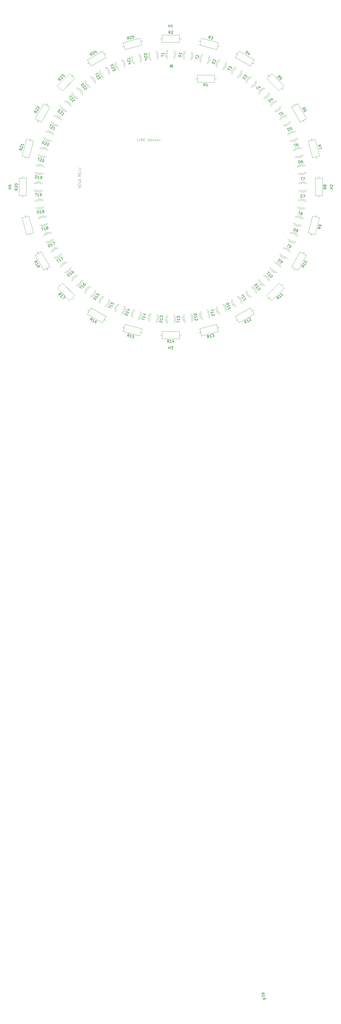
<source format=gbr>
%TF.GenerationSoftware,KiCad,Pcbnew,8.0.7*%
%TF.CreationDate,2025-02-18T21:39:35+09:00*%
%TF.ProjectId,LINESensorV3.1,4c494e45-5365-46e7-936f-7256332e312e,rev?*%
%TF.SameCoordinates,Original*%
%TF.FileFunction,Legend,Top*%
%TF.FilePolarity,Positive*%
%FSLAX46Y46*%
G04 Gerber Fmt 4.6, Leading zero omitted, Abs format (unit mm)*
G04 Created by KiCad (PCBNEW 8.0.7) date 2025-02-18 21:39:35*
%MOMM*%
%LPD*%
G01*
G04 APERTURE LIST*
%ADD10C,0.100000*%
%ADD11C,0.150000*%
%ADD12C,0.120000*%
G04 APERTURE END LIST*
D10*
X187880074Y-132672419D02*
X187403884Y-132672419D01*
X187403884Y-132672419D02*
X187403884Y-131672419D01*
X188213408Y-132672419D02*
X188213408Y-131672419D01*
X188689598Y-132672419D02*
X188689598Y-131672419D01*
X188689598Y-131672419D02*
X189261026Y-132672419D01*
X189261026Y-132672419D02*
X189261026Y-131672419D01*
X189737217Y-132148609D02*
X190070550Y-132148609D01*
X190213407Y-132672419D02*
X189737217Y-132672419D01*
X189737217Y-132672419D02*
X189737217Y-131672419D01*
X189737217Y-131672419D02*
X190213407Y-131672419D01*
X191356265Y-132624800D02*
X191499122Y-132672419D01*
X191499122Y-132672419D02*
X191737217Y-132672419D01*
X191737217Y-132672419D02*
X191832455Y-132624800D01*
X191832455Y-132624800D02*
X191880074Y-132577180D01*
X191880074Y-132577180D02*
X191927693Y-132481942D01*
X191927693Y-132481942D02*
X191927693Y-132386704D01*
X191927693Y-132386704D02*
X191880074Y-132291466D01*
X191880074Y-132291466D02*
X191832455Y-132243847D01*
X191832455Y-132243847D02*
X191737217Y-132196228D01*
X191737217Y-132196228D02*
X191546741Y-132148609D01*
X191546741Y-132148609D02*
X191451503Y-132100990D01*
X191451503Y-132100990D02*
X191403884Y-132053371D01*
X191403884Y-132053371D02*
X191356265Y-131958133D01*
X191356265Y-131958133D02*
X191356265Y-131862895D01*
X191356265Y-131862895D02*
X191403884Y-131767657D01*
X191403884Y-131767657D02*
X191451503Y-131720038D01*
X191451503Y-131720038D02*
X191546741Y-131672419D01*
X191546741Y-131672419D02*
X191784836Y-131672419D01*
X191784836Y-131672419D02*
X191927693Y-131720038D01*
X192737217Y-132624800D02*
X192641979Y-132672419D01*
X192641979Y-132672419D02*
X192451503Y-132672419D01*
X192451503Y-132672419D02*
X192356265Y-132624800D01*
X192356265Y-132624800D02*
X192308646Y-132529561D01*
X192308646Y-132529561D02*
X192308646Y-132148609D01*
X192308646Y-132148609D02*
X192356265Y-132053371D01*
X192356265Y-132053371D02*
X192451503Y-132005752D01*
X192451503Y-132005752D02*
X192641979Y-132005752D01*
X192641979Y-132005752D02*
X192737217Y-132053371D01*
X192737217Y-132053371D02*
X192784836Y-132148609D01*
X192784836Y-132148609D02*
X192784836Y-132243847D01*
X192784836Y-132243847D02*
X192308646Y-132339085D01*
X193213408Y-132005752D02*
X193213408Y-132672419D01*
X193213408Y-132100990D02*
X193261027Y-132053371D01*
X193261027Y-132053371D02*
X193356265Y-132005752D01*
X193356265Y-132005752D02*
X193499122Y-132005752D01*
X193499122Y-132005752D02*
X193594360Y-132053371D01*
X193594360Y-132053371D02*
X193641979Y-132148609D01*
X193641979Y-132148609D02*
X193641979Y-132672419D01*
X194070551Y-132624800D02*
X194165789Y-132672419D01*
X194165789Y-132672419D02*
X194356265Y-132672419D01*
X194356265Y-132672419D02*
X194451503Y-132624800D01*
X194451503Y-132624800D02*
X194499122Y-132529561D01*
X194499122Y-132529561D02*
X194499122Y-132481942D01*
X194499122Y-132481942D02*
X194451503Y-132386704D01*
X194451503Y-132386704D02*
X194356265Y-132339085D01*
X194356265Y-132339085D02*
X194213408Y-132339085D01*
X194213408Y-132339085D02*
X194118170Y-132291466D01*
X194118170Y-132291466D02*
X194070551Y-132196228D01*
X194070551Y-132196228D02*
X194070551Y-132148609D01*
X194070551Y-132148609D02*
X194118170Y-132053371D01*
X194118170Y-132053371D02*
X194213408Y-132005752D01*
X194213408Y-132005752D02*
X194356265Y-132005752D01*
X194356265Y-132005752D02*
X194451503Y-132053371D01*
X195070551Y-132672419D02*
X194975313Y-132624800D01*
X194975313Y-132624800D02*
X194927694Y-132577180D01*
X194927694Y-132577180D02*
X194880075Y-132481942D01*
X194880075Y-132481942D02*
X194880075Y-132196228D01*
X194880075Y-132196228D02*
X194927694Y-132100990D01*
X194927694Y-132100990D02*
X194975313Y-132053371D01*
X194975313Y-132053371D02*
X195070551Y-132005752D01*
X195070551Y-132005752D02*
X195213408Y-132005752D01*
X195213408Y-132005752D02*
X195308646Y-132053371D01*
X195308646Y-132053371D02*
X195356265Y-132100990D01*
X195356265Y-132100990D02*
X195403884Y-132196228D01*
X195403884Y-132196228D02*
X195403884Y-132481942D01*
X195403884Y-132481942D02*
X195356265Y-132577180D01*
X195356265Y-132577180D02*
X195308646Y-132624800D01*
X195308646Y-132624800D02*
X195213408Y-132672419D01*
X195213408Y-132672419D02*
X195070551Y-132672419D01*
X195832456Y-132672419D02*
X195832456Y-132005752D01*
X195832456Y-132196228D02*
X195880075Y-132100990D01*
X195880075Y-132100990D02*
X195927694Y-132053371D01*
X195927694Y-132053371D02*
X196022932Y-132005752D01*
X196022932Y-132005752D02*
X196118170Y-132005752D01*
X165022419Y-150448972D02*
X166022419Y-150115639D01*
X166022419Y-150115639D02*
X165022419Y-149782306D01*
X165498609Y-149448972D02*
X165498609Y-149115639D01*
X166022419Y-148972782D02*
X166022419Y-149448972D01*
X166022419Y-149448972D02*
X165022419Y-149448972D01*
X165022419Y-149448972D02*
X165022419Y-148972782D01*
X165070038Y-148020401D02*
X165022419Y-148115639D01*
X165022419Y-148115639D02*
X165022419Y-148258496D01*
X165022419Y-148258496D02*
X165070038Y-148401353D01*
X165070038Y-148401353D02*
X165165276Y-148496591D01*
X165165276Y-148496591D02*
X165260514Y-148544210D01*
X165260514Y-148544210D02*
X165450990Y-148591829D01*
X165450990Y-148591829D02*
X165593847Y-148591829D01*
X165593847Y-148591829D02*
X165784323Y-148544210D01*
X165784323Y-148544210D02*
X165879561Y-148496591D01*
X165879561Y-148496591D02*
X165974800Y-148401353D01*
X165974800Y-148401353D02*
X166022419Y-148258496D01*
X166022419Y-148258496D02*
X166022419Y-148163258D01*
X166022419Y-148163258D02*
X165974800Y-148020401D01*
X165974800Y-148020401D02*
X165927180Y-147972782D01*
X165927180Y-147972782D02*
X165593847Y-147972782D01*
X165593847Y-147972782D02*
X165593847Y-148163258D01*
X165736704Y-147591829D02*
X165736704Y-147115639D01*
X166022419Y-147687067D02*
X165022419Y-147353734D01*
X165022419Y-147353734D02*
X166022419Y-147020401D01*
X166022419Y-145353734D02*
X165546228Y-145687067D01*
X166022419Y-145925162D02*
X165022419Y-145925162D01*
X165022419Y-145925162D02*
X165022419Y-145544210D01*
X165022419Y-145544210D02*
X165070038Y-145448972D01*
X165070038Y-145448972D02*
X165117657Y-145401353D01*
X165117657Y-145401353D02*
X165212895Y-145353734D01*
X165212895Y-145353734D02*
X165355752Y-145353734D01*
X165355752Y-145353734D02*
X165450990Y-145401353D01*
X165450990Y-145401353D02*
X165498609Y-145448972D01*
X165498609Y-145448972D02*
X165546228Y-145544210D01*
X165546228Y-145544210D02*
X165546228Y-145925162D01*
X165927180Y-144353734D02*
X165974800Y-144401353D01*
X165974800Y-144401353D02*
X166022419Y-144544210D01*
X166022419Y-144544210D02*
X166022419Y-144639448D01*
X166022419Y-144639448D02*
X165974800Y-144782305D01*
X165974800Y-144782305D02*
X165879561Y-144877543D01*
X165879561Y-144877543D02*
X165784323Y-144925162D01*
X165784323Y-144925162D02*
X165593847Y-144972781D01*
X165593847Y-144972781D02*
X165450990Y-144972781D01*
X165450990Y-144972781D02*
X165260514Y-144925162D01*
X165260514Y-144925162D02*
X165165276Y-144877543D01*
X165165276Y-144877543D02*
X165070038Y-144782305D01*
X165070038Y-144782305D02*
X165022419Y-144639448D01*
X165022419Y-144639448D02*
X165022419Y-144544210D01*
X165022419Y-144544210D02*
X165070038Y-144401353D01*
X165070038Y-144401353D02*
X165117657Y-144353734D01*
X165022419Y-143639448D02*
X165736704Y-143639448D01*
X165736704Y-143639448D02*
X165879561Y-143687067D01*
X165879561Y-143687067D02*
X165974800Y-143782305D01*
X165974800Y-143782305D02*
X166022419Y-143925162D01*
X166022419Y-143925162D02*
X166022419Y-144020400D01*
X165022419Y-142877543D02*
X165736704Y-142877543D01*
X165736704Y-142877543D02*
X165879561Y-142925162D01*
X165879561Y-142925162D02*
X165974800Y-143020400D01*
X165974800Y-143020400D02*
X166022419Y-143163257D01*
X166022419Y-143163257D02*
X166022419Y-143258495D01*
X199688646Y-103862419D02*
X200831503Y-103862419D01*
X199831503Y-104100514D02*
X200688646Y-104100514D01*
X199831503Y-104243371D02*
X200688646Y-104243371D01*
X199736265Y-104386228D02*
X200783884Y-104386228D01*
X199641027Y-104529085D02*
X200879122Y-104529085D01*
X199831503Y-103957657D02*
X199831503Y-104243371D01*
X200260074Y-103719561D02*
X200260074Y-103862419D01*
X199831503Y-103957657D02*
X200688646Y-103957657D01*
X200688646Y-103957657D02*
X200688646Y-104243371D01*
X200260074Y-103957657D02*
X200260074Y-104529085D01*
X200260074Y-104529085D02*
X200450550Y-104719561D01*
X200450550Y-104719561D02*
X200783884Y-104862419D01*
X200736265Y-104624323D02*
X200450550Y-104671942D01*
X199974360Y-104624323D02*
X199974360Y-104814800D01*
X200260074Y-104481466D02*
X199974360Y-104624323D01*
X199974360Y-104624323D02*
X199641027Y-104719561D01*
X200260074Y-104767180D02*
X199831503Y-104862419D01*
D11*
X184154063Y-206654026D02*
X183955335Y-206107789D01*
X183602106Y-206506130D02*
X183860925Y-205540204D01*
X183860925Y-205540204D02*
X184228896Y-205638802D01*
X184228896Y-205638802D02*
X184308565Y-205709447D01*
X184308565Y-205709447D02*
X184342236Y-205767769D01*
X184342236Y-205767769D02*
X184363583Y-205872086D01*
X184363583Y-205872086D02*
X184326609Y-206010076D01*
X184326609Y-206010076D02*
X184255963Y-206089744D01*
X184255963Y-206089744D02*
X184197642Y-206123416D01*
X184197642Y-206123416D02*
X184093325Y-206144763D01*
X184093325Y-206144763D02*
X183725353Y-206046165D01*
X185073993Y-206900521D02*
X184522035Y-206752624D01*
X184798014Y-206826572D02*
X185056833Y-205860646D01*
X185056833Y-205860646D02*
X184927866Y-205973986D01*
X184927866Y-205973986D02*
X184811223Y-206041330D01*
X184811223Y-206041330D02*
X184706906Y-206062677D01*
X186206745Y-206168764D02*
X185746780Y-206045517D01*
X185746780Y-206045517D02*
X185577536Y-206493157D01*
X185577536Y-206493157D02*
X185635858Y-206459485D01*
X185635858Y-206459485D02*
X185740175Y-206438138D01*
X185740175Y-206438138D02*
X185970158Y-206499762D01*
X185970158Y-206499762D02*
X186049826Y-206570408D01*
X186049826Y-206570408D02*
X186083497Y-206628729D01*
X186083497Y-206628729D02*
X186104845Y-206733047D01*
X186104845Y-206733047D02*
X186043221Y-206963029D01*
X186043221Y-206963029D02*
X185972575Y-207042697D01*
X185972575Y-207042697D02*
X185914254Y-207076369D01*
X185914254Y-207076369D02*
X185809936Y-207097716D01*
X185809936Y-207097716D02*
X185579954Y-207036093D01*
X185579954Y-207036093D02*
X185500286Y-206965447D01*
X185500286Y-206965447D02*
X185466614Y-206907125D01*
X165480265Y-187934804D02*
X165884326Y-187530743D01*
X166389402Y-188439880D02*
X165682296Y-187732773D01*
X167197525Y-187631758D02*
X166793464Y-188035819D01*
X166995494Y-187833788D02*
X166288387Y-187126681D01*
X166288387Y-187126681D02*
X166322059Y-187295040D01*
X166322059Y-187295040D02*
X166322059Y-187429727D01*
X166322059Y-187429727D02*
X166288387Y-187530742D01*
X167096509Y-186318559D02*
X166961822Y-186453246D01*
X166961822Y-186453246D02*
X166928151Y-186554262D01*
X166928151Y-186554262D02*
X166928151Y-186621605D01*
X166928151Y-186621605D02*
X166961822Y-186789964D01*
X166961822Y-186789964D02*
X167062838Y-186958323D01*
X167062838Y-186958323D02*
X167332212Y-187227697D01*
X167332212Y-187227697D02*
X167433227Y-187261368D01*
X167433227Y-187261368D02*
X167500570Y-187261368D01*
X167500570Y-187261368D02*
X167601586Y-187227697D01*
X167601586Y-187227697D02*
X167736273Y-187093010D01*
X167736273Y-187093010D02*
X167769944Y-186991994D01*
X167769944Y-186991994D02*
X167769944Y-186924651D01*
X167769944Y-186924651D02*
X167736273Y-186823636D01*
X167736273Y-186823636D02*
X167567914Y-186655277D01*
X167567914Y-186655277D02*
X167466899Y-186621605D01*
X167466899Y-186621605D02*
X167399555Y-186621605D01*
X167399555Y-186621605D02*
X167298540Y-186655277D01*
X167298540Y-186655277D02*
X167163853Y-186789964D01*
X167163853Y-186789964D02*
X167130181Y-186890979D01*
X167130181Y-186890979D02*
X167130181Y-186958323D01*
X167130181Y-186958323D02*
X167163853Y-187059338D01*
X183557935Y-198618006D02*
X182634056Y-198235323D01*
X182634056Y-198235323D02*
X182725171Y-198015351D01*
X182725171Y-198015351D02*
X182823834Y-197901591D01*
X182823834Y-197901591D02*
X182948269Y-197850049D01*
X182948269Y-197850049D02*
X183054480Y-197842501D01*
X183054480Y-197842501D02*
X183248681Y-197871399D01*
X183248681Y-197871399D02*
X183380663Y-197926068D01*
X183380663Y-197926068D02*
X183538417Y-198042954D01*
X183538417Y-198042954D02*
X183608183Y-198123394D01*
X183608183Y-198123394D02*
X183659725Y-198247829D01*
X183659725Y-198247829D02*
X183649051Y-198398035D01*
X183649051Y-198398035D02*
X183557935Y-198618006D01*
X184141072Y-197210190D02*
X183922396Y-197738121D01*
X184031734Y-197474155D02*
X183107854Y-197091472D01*
X183107854Y-197091472D02*
X183203391Y-197234129D01*
X183203391Y-197234129D02*
X183254934Y-197358564D01*
X183254934Y-197358564D02*
X183262482Y-197464775D01*
X183853167Y-196163170D02*
X184469087Y-196418293D01*
X183410098Y-196237358D02*
X183978896Y-196730674D01*
X183978896Y-196730674D02*
X184215796Y-196158749D01*
X199238095Y-211254819D02*
X199238095Y-210254819D01*
X199238095Y-210731009D02*
X199809523Y-210731009D01*
X199809523Y-211254819D02*
X199809523Y-210254819D01*
X200190476Y-210254819D02*
X200809523Y-210254819D01*
X200809523Y-210254819D02*
X200476190Y-210635771D01*
X200476190Y-210635771D02*
X200619047Y-210635771D01*
X200619047Y-210635771D02*
X200714285Y-210683390D01*
X200714285Y-210683390D02*
X200761904Y-210731009D01*
X200761904Y-210731009D02*
X200809523Y-210826247D01*
X200809523Y-210826247D02*
X200809523Y-211064342D01*
X200809523Y-211064342D02*
X200761904Y-211159580D01*
X200761904Y-211159580D02*
X200714285Y-211207200D01*
X200714285Y-211207200D02*
X200619047Y-211254819D01*
X200619047Y-211254819D02*
X200333333Y-211254819D01*
X200333333Y-211254819D02*
X200238095Y-211207200D01*
X200238095Y-211207200D02*
X200190476Y-211159580D01*
X176474746Y-195576571D02*
X176760461Y-195081699D01*
X177483629Y-195829135D02*
X176617604Y-195329135D01*
X178055058Y-194839391D02*
X177769343Y-195334263D01*
X177912201Y-195086827D02*
X177046175Y-194586827D01*
X177046175Y-194586827D02*
X177122274Y-194740734D01*
X177122274Y-194740734D02*
X177157134Y-194870832D01*
X177157134Y-194870832D02*
X177150754Y-194977120D01*
X177641413Y-193555844D02*
X177403318Y-193968238D01*
X177403318Y-193968238D02*
X177791902Y-194247572D01*
X177791902Y-194247572D02*
X177774472Y-194182523D01*
X177774472Y-194182523D02*
X177780852Y-194076235D01*
X177780852Y-194076235D02*
X177899899Y-193870039D01*
X177899899Y-193870039D02*
X177988758Y-193811369D01*
X177988758Y-193811369D02*
X178053806Y-193793940D01*
X178053806Y-193793940D02*
X178160094Y-193800319D01*
X178160094Y-193800319D02*
X178366291Y-193919367D01*
X178366291Y-193919367D02*
X178424960Y-194008225D01*
X178424960Y-194008225D02*
X178442390Y-194073274D01*
X178442390Y-194073274D02*
X178436010Y-194179562D01*
X178436010Y-194179562D02*
X178316963Y-194385759D01*
X178316963Y-194385759D02*
X178228104Y-194444428D01*
X178228104Y-194444428D02*
X178163055Y-194461858D01*
X142084819Y-150642857D02*
X141608628Y-150976190D01*
X142084819Y-151214285D02*
X141084819Y-151214285D01*
X141084819Y-151214285D02*
X141084819Y-150833333D01*
X141084819Y-150833333D02*
X141132438Y-150738095D01*
X141132438Y-150738095D02*
X141180057Y-150690476D01*
X141180057Y-150690476D02*
X141275295Y-150642857D01*
X141275295Y-150642857D02*
X141418152Y-150642857D01*
X141418152Y-150642857D02*
X141513390Y-150690476D01*
X141513390Y-150690476D02*
X141561009Y-150738095D01*
X141561009Y-150738095D02*
X141608628Y-150833333D01*
X141608628Y-150833333D02*
X141608628Y-151214285D01*
X141180057Y-150261904D02*
X141132438Y-150214285D01*
X141132438Y-150214285D02*
X141084819Y-150119047D01*
X141084819Y-150119047D02*
X141084819Y-149880952D01*
X141084819Y-149880952D02*
X141132438Y-149785714D01*
X141132438Y-149785714D02*
X141180057Y-149738095D01*
X141180057Y-149738095D02*
X141275295Y-149690476D01*
X141275295Y-149690476D02*
X141370533Y-149690476D01*
X141370533Y-149690476D02*
X141513390Y-149738095D01*
X141513390Y-149738095D02*
X142084819Y-150309523D01*
X142084819Y-150309523D02*
X142084819Y-149690476D01*
X141084819Y-149071428D02*
X141084819Y-148976190D01*
X141084819Y-148976190D02*
X141132438Y-148880952D01*
X141132438Y-148880952D02*
X141180057Y-148833333D01*
X141180057Y-148833333D02*
X141275295Y-148785714D01*
X141275295Y-148785714D02*
X141465771Y-148738095D01*
X141465771Y-148738095D02*
X141703866Y-148738095D01*
X141703866Y-148738095D02*
X141894342Y-148785714D01*
X141894342Y-148785714D02*
X141989580Y-148833333D01*
X141989580Y-148833333D02*
X142037200Y-148880952D01*
X142037200Y-148880952D02*
X142084819Y-148976190D01*
X142084819Y-148976190D02*
X142084819Y-149071428D01*
X142084819Y-149071428D02*
X142037200Y-149166666D01*
X142037200Y-149166666D02*
X141989580Y-149214285D01*
X141989580Y-149214285D02*
X141894342Y-149261904D01*
X141894342Y-149261904D02*
X141703866Y-149309523D01*
X141703866Y-149309523D02*
X141465771Y-149309523D01*
X141465771Y-149309523D02*
X141275295Y-149261904D01*
X141275295Y-149261904D02*
X141180057Y-149214285D01*
X141180057Y-149214285D02*
X141132438Y-149166666D01*
X141132438Y-149166666D02*
X141084819Y-149071428D01*
X258824819Y-150166666D02*
X258348628Y-150499999D01*
X258824819Y-150738094D02*
X257824819Y-150738094D01*
X257824819Y-150738094D02*
X257824819Y-150357142D01*
X257824819Y-150357142D02*
X257872438Y-150261904D01*
X257872438Y-150261904D02*
X257920057Y-150214285D01*
X257920057Y-150214285D02*
X258015295Y-150166666D01*
X258015295Y-150166666D02*
X258158152Y-150166666D01*
X258158152Y-150166666D02*
X258253390Y-150214285D01*
X258253390Y-150214285D02*
X258301009Y-150261904D01*
X258301009Y-150261904D02*
X258348628Y-150357142D01*
X258348628Y-150357142D02*
X258348628Y-150738094D01*
X258253390Y-149595237D02*
X258205771Y-149690475D01*
X258205771Y-149690475D02*
X258158152Y-149738094D01*
X258158152Y-149738094D02*
X258062914Y-149785713D01*
X258062914Y-149785713D02*
X258015295Y-149785713D01*
X258015295Y-149785713D02*
X257920057Y-149738094D01*
X257920057Y-149738094D02*
X257872438Y-149690475D01*
X257872438Y-149690475D02*
X257824819Y-149595237D01*
X257824819Y-149595237D02*
X257824819Y-149404761D01*
X257824819Y-149404761D02*
X257872438Y-149309523D01*
X257872438Y-149309523D02*
X257920057Y-149261904D01*
X257920057Y-149261904D02*
X258015295Y-149214285D01*
X258015295Y-149214285D02*
X258062914Y-149214285D01*
X258062914Y-149214285D02*
X258158152Y-149261904D01*
X258158152Y-149261904D02*
X258205771Y-149309523D01*
X258205771Y-149309523D02*
X258253390Y-149404761D01*
X258253390Y-149404761D02*
X258253390Y-149595237D01*
X258253390Y-149595237D02*
X258301009Y-149690475D01*
X258301009Y-149690475D02*
X258348628Y-149738094D01*
X258348628Y-149738094D02*
X258443866Y-149785713D01*
X258443866Y-149785713D02*
X258634342Y-149785713D01*
X258634342Y-149785713D02*
X258729580Y-149738094D01*
X258729580Y-149738094D02*
X258777200Y-149690475D01*
X258777200Y-149690475D02*
X258824819Y-149595237D01*
X258824819Y-149595237D02*
X258824819Y-149404761D01*
X258824819Y-149404761D02*
X258777200Y-149309523D01*
X258777200Y-149309523D02*
X258729580Y-149261904D01*
X258729580Y-149261904D02*
X258634342Y-149214285D01*
X258634342Y-149214285D02*
X258443866Y-149214285D01*
X258443866Y-149214285D02*
X258348628Y-149261904D01*
X258348628Y-149261904D02*
X258301009Y-149309523D01*
X258301009Y-149309523D02*
X258253390Y-149404761D01*
X231683310Y-187175285D02*
X232476663Y-186566524D01*
X232476663Y-186566524D02*
X232621606Y-186755417D01*
X232621606Y-186755417D02*
X232670794Y-186897742D01*
X232670794Y-186897742D02*
X232653213Y-187031277D01*
X232653213Y-187031277D02*
X232606645Y-187127033D01*
X232606645Y-187127033D02*
X232484518Y-187280766D01*
X232484518Y-187280766D02*
X232371182Y-187367732D01*
X232371182Y-187367732D02*
X232191079Y-187445908D01*
X232191079Y-187445908D02*
X232086533Y-187466107D01*
X232086533Y-187466107D02*
X231952998Y-187448526D01*
X231952998Y-187448526D02*
X231828253Y-187364179D01*
X231828253Y-187364179D02*
X231683310Y-187175285D01*
X232610946Y-188384205D02*
X232263083Y-187930860D01*
X232437015Y-188157532D02*
X233230368Y-187548771D01*
X233230368Y-187548771D02*
X233059054Y-187560179D01*
X233059054Y-187560179D02*
X232925520Y-187542599D01*
X232925520Y-187542599D02*
X232829764Y-187496030D01*
X233781152Y-188266567D02*
X233839129Y-188342124D01*
X233839129Y-188342124D02*
X233859328Y-188446670D01*
X233859328Y-188446670D02*
X233850538Y-188513438D01*
X233850538Y-188513438D02*
X233803969Y-188609194D01*
X233803969Y-188609194D02*
X233681843Y-188762927D01*
X233681843Y-188762927D02*
X233492949Y-188907870D01*
X233492949Y-188907870D02*
X233312846Y-188986046D01*
X233312846Y-188986046D02*
X233208299Y-189006244D01*
X233208299Y-189006244D02*
X233141532Y-188997454D01*
X233141532Y-188997454D02*
X233045776Y-188950885D01*
X233045776Y-188950885D02*
X232987799Y-188875328D01*
X232987799Y-188875328D02*
X232967600Y-188770782D01*
X232967600Y-188770782D02*
X232976390Y-188704015D01*
X232976390Y-188704015D02*
X233022959Y-188608259D01*
X233022959Y-188608259D02*
X233145085Y-188454525D01*
X233145085Y-188454525D02*
X233333979Y-188309582D01*
X233333979Y-188309582D02*
X233514083Y-188231406D01*
X233514083Y-188231406D02*
X233618629Y-188211208D01*
X233618629Y-188211208D02*
X233685396Y-188219998D01*
X233685396Y-188219998D02*
X233781152Y-188266567D01*
X216004960Y-196188345D02*
X216152857Y-196740303D01*
X215112983Y-196723143D02*
X216078909Y-196464324D01*
X215408776Y-197827059D02*
X215260879Y-197275101D01*
X215334828Y-197551080D02*
X216300754Y-197292261D01*
X216300754Y-197292261D02*
X216138115Y-197237242D01*
X216138115Y-197237242D02*
X216021472Y-197169899D01*
X216021472Y-197169899D02*
X215950826Y-197090230D01*
X216381307Y-197960861D02*
X216439628Y-197994533D01*
X216439628Y-197994533D02*
X216510274Y-198074201D01*
X216510274Y-198074201D02*
X216571897Y-198304183D01*
X216571897Y-198304183D02*
X216550550Y-198408501D01*
X216550550Y-198408501D02*
X216516879Y-198466822D01*
X216516879Y-198466822D02*
X216437210Y-198537468D01*
X216437210Y-198537468D02*
X216345217Y-198562117D01*
X216345217Y-198562117D02*
X216194903Y-198553095D01*
X216194903Y-198553095D02*
X215495049Y-198149034D01*
X215495049Y-198149034D02*
X215655270Y-198746988D01*
X214604031Y-206986796D02*
X214158809Y-206613104D01*
X214052073Y-207134692D02*
X213793254Y-206168766D01*
X213793254Y-206168766D02*
X214161226Y-206070169D01*
X214161226Y-206070169D02*
X214265544Y-206091516D01*
X214265544Y-206091516D02*
X214323865Y-206125187D01*
X214323865Y-206125187D02*
X214394511Y-206204856D01*
X214394511Y-206204856D02*
X214431485Y-206342845D01*
X214431485Y-206342845D02*
X214410138Y-206447163D01*
X214410138Y-206447163D02*
X214376466Y-206505484D01*
X214376466Y-206505484D02*
X214296798Y-206576130D01*
X214296798Y-206576130D02*
X213928826Y-206674728D01*
X215523960Y-206740301D02*
X214972003Y-206888198D01*
X215247982Y-206814250D02*
X214989162Y-205848324D01*
X214989162Y-205848324D02*
X214934144Y-206010963D01*
X214934144Y-206010963D02*
X214866800Y-206127605D01*
X214866800Y-206127605D02*
X214787132Y-206198251D01*
X215587117Y-205688102D02*
X216185071Y-205527881D01*
X216185071Y-205527881D02*
X215961693Y-205982126D01*
X215961693Y-205982126D02*
X216099683Y-205945152D01*
X216099683Y-205945152D02*
X216204000Y-205966499D01*
X216204000Y-205966499D02*
X216262321Y-206000171D01*
X216262321Y-206000171D02*
X216332967Y-206079839D01*
X216332967Y-206079839D02*
X216394591Y-206309821D01*
X216394591Y-206309821D02*
X216373244Y-206414139D01*
X216373244Y-206414139D02*
X216339572Y-206472460D01*
X216339572Y-206472460D02*
X216259904Y-206543106D01*
X216259904Y-206543106D02*
X215983925Y-206617054D01*
X215983925Y-206617054D02*
X215879607Y-206595707D01*
X215879607Y-206595707D02*
X215821286Y-206562035D01*
X227414028Y-190472127D02*
X227699742Y-190966999D01*
X226690859Y-191219563D02*
X227556885Y-190719563D01*
X227262288Y-192209307D02*
X226976574Y-191714435D01*
X227119431Y-191961871D02*
X227985456Y-191461871D01*
X227985456Y-191461871D02*
X227814119Y-191450821D01*
X227814119Y-191450821D02*
X227684022Y-191415961D01*
X227684022Y-191415961D02*
X227595163Y-191357292D01*
X227738479Y-193034093D02*
X227452764Y-192539221D01*
X227595621Y-192786657D02*
X228461647Y-192286657D01*
X228461647Y-192286657D02*
X228290310Y-192275607D01*
X228290310Y-192275607D02*
X228160212Y-192240747D01*
X228160212Y-192240747D02*
X228071354Y-192182078D01*
X166116604Y-111451752D02*
X166909957Y-110842991D01*
X166909957Y-110842991D02*
X167054900Y-111031884D01*
X167054900Y-111031884D02*
X167104088Y-111174209D01*
X167104088Y-111174209D02*
X167086507Y-111307744D01*
X167086507Y-111307744D02*
X167039939Y-111403500D01*
X167039939Y-111403500D02*
X166917812Y-111557233D01*
X166917812Y-111557233D02*
X166804476Y-111644199D01*
X166804476Y-111644199D02*
X166624373Y-111722375D01*
X166624373Y-111722375D02*
X166519827Y-111742574D01*
X166519827Y-111742574D02*
X166386292Y-111724993D01*
X166386292Y-111724993D02*
X166261547Y-111640646D01*
X166261547Y-111640646D02*
X166116604Y-111451752D01*
X167414173Y-111656543D02*
X167480940Y-111665333D01*
X167480940Y-111665333D02*
X167576696Y-111711902D01*
X167576696Y-111711902D02*
X167721639Y-111900795D01*
X167721639Y-111900795D02*
X167741838Y-112005341D01*
X167741838Y-112005341D02*
X167733048Y-112072109D01*
X167733048Y-112072109D02*
X167686479Y-112167865D01*
X167686479Y-112167865D02*
X167610921Y-112225842D01*
X167610921Y-112225842D02*
X167468597Y-112275029D01*
X167468597Y-112275029D02*
X166667388Y-112169548D01*
X166667388Y-112169548D02*
X167044240Y-112660672D01*
X167993945Y-112412117D02*
X168060713Y-112420907D01*
X168060713Y-112420907D02*
X168156469Y-112467476D01*
X168156469Y-112467476D02*
X168301412Y-112656370D01*
X168301412Y-112656370D02*
X168321611Y-112760916D01*
X168321611Y-112760916D02*
X168312820Y-112827683D01*
X168312820Y-112827683D02*
X168266252Y-112923439D01*
X168266252Y-112923439D02*
X168190694Y-112981417D01*
X168190694Y-112981417D02*
X168048369Y-113030604D01*
X168048369Y-113030604D02*
X167247161Y-112925123D01*
X167247161Y-112925123D02*
X167624013Y-113416246D01*
X248508513Y-141086934D02*
X248377987Y-140095489D01*
X248377987Y-140095489D02*
X248614045Y-140064412D01*
X248614045Y-140064412D02*
X248761896Y-140092977D01*
X248761896Y-140092977D02*
X248868750Y-140174969D01*
X248868750Y-140174969D02*
X248928393Y-140263177D01*
X248928393Y-140263177D02*
X249000467Y-140445808D01*
X249000467Y-140445808D02*
X249019113Y-140587443D01*
X249019113Y-140587443D02*
X248996764Y-140782505D01*
X248996764Y-140782505D02*
X248961983Y-140883144D01*
X248961983Y-140883144D02*
X248879991Y-140989998D01*
X248879991Y-140989998D02*
X248744571Y-141055857D01*
X248744571Y-141055857D02*
X248508513Y-141086934D01*
X249794337Y-139909023D02*
X249605490Y-139933885D01*
X249605490Y-139933885D02*
X249517282Y-139993528D01*
X249517282Y-139993528D02*
X249476286Y-140046955D01*
X249476286Y-140046955D02*
X249400509Y-140201021D01*
X249400509Y-140201021D02*
X249378160Y-140396084D01*
X249378160Y-140396084D02*
X249427884Y-140773777D01*
X249427884Y-140773777D02*
X249487527Y-140861985D01*
X249487527Y-140861985D02*
X249540954Y-140902981D01*
X249540954Y-140902981D02*
X249641593Y-140937761D01*
X249641593Y-140937761D02*
X249830440Y-140912899D01*
X249830440Y-140912899D02*
X249918647Y-140853257D01*
X249918647Y-140853257D02*
X249959643Y-140799829D01*
X249959643Y-140799829D02*
X249994424Y-140699191D01*
X249994424Y-140699191D02*
X249963346Y-140463132D01*
X249963346Y-140463132D02*
X249903704Y-140374924D01*
X249903704Y-140374924D02*
X249850276Y-140333928D01*
X249850276Y-140333928D02*
X249749638Y-140299148D01*
X249749638Y-140299148D02*
X249560791Y-140324010D01*
X249560791Y-140324010D02*
X249472583Y-140383653D01*
X249472583Y-140383653D02*
X249431587Y-140437080D01*
X249431587Y-140437080D02*
X249396806Y-140537719D01*
X228855678Y-201265216D02*
X228328908Y-201019490D01*
X228360807Y-201550930D02*
X227860807Y-200684905D01*
X227860807Y-200684905D02*
X228190721Y-200494429D01*
X228190721Y-200494429D02*
X228297009Y-200488049D01*
X228297009Y-200488049D02*
X228362058Y-200505479D01*
X228362058Y-200505479D02*
X228450916Y-200564148D01*
X228450916Y-200564148D02*
X228522345Y-200687866D01*
X228522345Y-200687866D02*
X228528725Y-200794154D01*
X228528725Y-200794154D02*
X228511295Y-200859203D01*
X228511295Y-200859203D02*
X228452626Y-200948061D01*
X228452626Y-200948061D02*
X228122711Y-201138537D01*
X229680464Y-200789025D02*
X229185593Y-201074740D01*
X229433029Y-200931883D02*
X228933029Y-200065857D01*
X228933029Y-200065857D02*
X228921979Y-200237194D01*
X228921979Y-200237194D02*
X228887119Y-200367292D01*
X228887119Y-200367292D02*
X228828450Y-200456150D01*
X229557998Y-199815002D02*
X229575428Y-199749954D01*
X229575428Y-199749954D02*
X229634097Y-199661095D01*
X229634097Y-199661095D02*
X229840293Y-199542048D01*
X229840293Y-199542048D02*
X229946582Y-199535668D01*
X229946582Y-199535668D02*
X230011630Y-199553098D01*
X230011630Y-199553098D02*
X230100489Y-199611767D01*
X230100489Y-199611767D02*
X230148108Y-199694245D01*
X230148108Y-199694245D02*
X230178297Y-199841773D01*
X230178297Y-199841773D02*
X229969140Y-200622359D01*
X229969140Y-200622359D02*
X230505251Y-200312835D01*
X246466138Y-166535317D02*
X246848822Y-165611437D01*
X246848822Y-165611437D02*
X247068793Y-165702552D01*
X247068793Y-165702552D02*
X247182553Y-165801216D01*
X247182553Y-165801216D02*
X247234095Y-165925650D01*
X247234095Y-165925650D02*
X247241643Y-166031862D01*
X247241643Y-166031862D02*
X247212746Y-166226062D01*
X247212746Y-166226062D02*
X247158076Y-166358045D01*
X247158076Y-166358045D02*
X247041190Y-166515799D01*
X247041190Y-166515799D02*
X246960750Y-166585564D01*
X246960750Y-166585564D02*
X246836315Y-166637107D01*
X246836315Y-166637107D02*
X246686109Y-166626432D01*
X246686109Y-166626432D02*
X246466138Y-166535317D01*
X247740677Y-166444738D02*
X247670911Y-166364298D01*
X247670911Y-166364298D02*
X247645140Y-166302081D01*
X247645140Y-166302081D02*
X247637592Y-166195869D01*
X247637592Y-166195869D02*
X247655815Y-166151875D01*
X247655815Y-166151875D02*
X247736255Y-166082109D01*
X247736255Y-166082109D02*
X247798472Y-166056338D01*
X247798472Y-166056338D02*
X247904684Y-166048790D01*
X247904684Y-166048790D02*
X248080661Y-166121682D01*
X248080661Y-166121682D02*
X248150426Y-166202122D01*
X248150426Y-166202122D02*
X248176198Y-166264340D01*
X248176198Y-166264340D02*
X248183746Y-166370551D01*
X248183746Y-166370551D02*
X248165523Y-166414545D01*
X248165523Y-166414545D02*
X248085083Y-166484311D01*
X248085083Y-166484311D02*
X248022865Y-166510082D01*
X248022865Y-166510082D02*
X247916654Y-166517630D01*
X247916654Y-166517630D02*
X247740677Y-166444738D01*
X247740677Y-166444738D02*
X247634465Y-166452286D01*
X247634465Y-166452286D02*
X247572248Y-166478058D01*
X247572248Y-166478058D02*
X247491808Y-166547823D01*
X247491808Y-166547823D02*
X247418915Y-166723800D01*
X247418915Y-166723800D02*
X247426464Y-166830012D01*
X247426464Y-166830012D02*
X247452235Y-166892229D01*
X247452235Y-166892229D02*
X247522000Y-166972669D01*
X247522000Y-166972669D02*
X247697978Y-167045561D01*
X247697978Y-167045561D02*
X247804189Y-167038013D01*
X247804189Y-167038013D02*
X247866406Y-167012242D01*
X247866406Y-167012242D02*
X247946847Y-166942476D01*
X247946847Y-166942476D02*
X248019739Y-166766499D01*
X248019739Y-166766499D02*
X248012191Y-166660288D01*
X248012191Y-166660288D02*
X247986419Y-166598071D01*
X247986419Y-166598071D02*
X247916654Y-166517630D01*
X208850909Y-198036396D02*
X209842354Y-197905870D01*
X209842354Y-197905870D02*
X209873432Y-198141928D01*
X209873432Y-198141928D02*
X209844867Y-198289779D01*
X209844867Y-198289779D02*
X209762875Y-198396633D01*
X209762875Y-198396633D02*
X209674667Y-198456276D01*
X209674667Y-198456276D02*
X209492036Y-198528349D01*
X209492036Y-198528349D02*
X209350401Y-198546996D01*
X209350401Y-198546996D02*
X209155339Y-198524647D01*
X209155339Y-198524647D02*
X209054700Y-198489866D01*
X209054700Y-198489866D02*
X208947845Y-198407874D01*
X208947845Y-198407874D02*
X208881987Y-198272454D01*
X208881987Y-198272454D02*
X208850909Y-198036396D01*
X209049806Y-199547169D02*
X208975220Y-198980629D01*
X209012513Y-199263899D02*
X210003958Y-199133373D01*
X210003958Y-199133373D02*
X209849892Y-199057596D01*
X209849892Y-199057596D02*
X209743038Y-198975604D01*
X209743038Y-198975604D02*
X209683395Y-198887396D01*
X209996552Y-199806767D02*
X210049979Y-199847763D01*
X210049979Y-199847763D02*
X210109622Y-199935971D01*
X210109622Y-199935971D02*
X210140700Y-200172029D01*
X210140700Y-200172029D02*
X210105919Y-200272668D01*
X210105919Y-200272668D02*
X210064923Y-200326096D01*
X210064923Y-200326096D02*
X209976715Y-200385738D01*
X209976715Y-200385738D02*
X209882292Y-200398169D01*
X209882292Y-200398169D02*
X209734442Y-200369604D01*
X209734442Y-200369604D02*
X209093315Y-199877651D01*
X209093315Y-199877651D02*
X209174117Y-200491402D01*
X199833333Y-92084819D02*
X199500000Y-91608628D01*
X199261905Y-92084819D02*
X199261905Y-91084819D01*
X199261905Y-91084819D02*
X199642857Y-91084819D01*
X199642857Y-91084819D02*
X199738095Y-91132438D01*
X199738095Y-91132438D02*
X199785714Y-91180057D01*
X199785714Y-91180057D02*
X199833333Y-91275295D01*
X199833333Y-91275295D02*
X199833333Y-91418152D01*
X199833333Y-91418152D02*
X199785714Y-91513390D01*
X199785714Y-91513390D02*
X199738095Y-91561009D01*
X199738095Y-91561009D02*
X199642857Y-91608628D01*
X199642857Y-91608628D02*
X199261905Y-91608628D01*
X200214286Y-91180057D02*
X200261905Y-91132438D01*
X200261905Y-91132438D02*
X200357143Y-91084819D01*
X200357143Y-91084819D02*
X200595238Y-91084819D01*
X200595238Y-91084819D02*
X200690476Y-91132438D01*
X200690476Y-91132438D02*
X200738095Y-91180057D01*
X200738095Y-91180057D02*
X200785714Y-91275295D01*
X200785714Y-91275295D02*
X200785714Y-91370533D01*
X200785714Y-91370533D02*
X200738095Y-91513390D01*
X200738095Y-91513390D02*
X200166667Y-92084819D01*
X200166667Y-92084819D02*
X200785714Y-92084819D01*
X184389495Y-94224614D02*
X183944273Y-93850922D01*
X183837537Y-94372510D02*
X183578718Y-93406584D01*
X183578718Y-93406584D02*
X183946690Y-93307987D01*
X183946690Y-93307987D02*
X184051008Y-93329334D01*
X184051008Y-93329334D02*
X184109329Y-93363005D01*
X184109329Y-93363005D02*
X184179975Y-93442674D01*
X184179975Y-93442674D02*
X184216949Y-93580663D01*
X184216949Y-93580663D02*
X184195602Y-93684981D01*
X184195602Y-93684981D02*
X184161930Y-93743302D01*
X184161930Y-93743302D02*
X184082262Y-93813948D01*
X184082262Y-93813948D02*
X183714290Y-93912546D01*
X184523297Y-93252083D02*
X184556969Y-93193762D01*
X184556969Y-93193762D02*
X184636637Y-93123116D01*
X184636637Y-93123116D02*
X184866619Y-93061492D01*
X184866619Y-93061492D02*
X184970937Y-93082839D01*
X184970937Y-93082839D02*
X185029258Y-93116511D01*
X185029258Y-93116511D02*
X185099904Y-93196179D01*
X185099904Y-93196179D02*
X185124554Y-93288172D01*
X185124554Y-93288172D02*
X185115531Y-93438486D01*
X185115531Y-93438486D02*
X184711470Y-94138341D01*
X184711470Y-94138341D02*
X185309424Y-93978119D01*
X185924538Y-92778024D02*
X185464574Y-92901271D01*
X185464574Y-92901271D02*
X185541824Y-93373560D01*
X185541824Y-93373560D02*
X185575496Y-93315239D01*
X185575496Y-93315239D02*
X185655164Y-93244593D01*
X185655164Y-93244593D02*
X185885147Y-93182970D01*
X185885147Y-93182970D02*
X185989464Y-93204317D01*
X185989464Y-93204317D02*
X186047785Y-93237989D01*
X186047785Y-93237989D02*
X186118431Y-93317657D01*
X186118431Y-93317657D02*
X186180055Y-93547639D01*
X186180055Y-93547639D02*
X186158708Y-93651957D01*
X186158708Y-93651957D02*
X186125036Y-93710278D01*
X186125036Y-93710278D02*
X186045368Y-93780924D01*
X186045368Y-93780924D02*
X185815386Y-93842547D01*
X185815386Y-93842547D02*
X185711068Y-93821200D01*
X185711068Y-93821200D02*
X185652747Y-93787529D01*
X246648310Y-133871792D02*
X247200267Y-133723895D01*
X247183108Y-134763769D02*
X246924288Y-133797843D01*
X247936211Y-133526700D02*
X247752225Y-133575998D01*
X247752225Y-133575998D02*
X247672557Y-133646644D01*
X247672557Y-133646644D02*
X247638885Y-133704965D01*
X247638885Y-133704965D02*
X247583866Y-133867604D01*
X247583866Y-133867604D02*
X247587169Y-134063915D01*
X247587169Y-134063915D02*
X247685766Y-134431887D01*
X247685766Y-134431887D02*
X247756412Y-134511555D01*
X247756412Y-134511555D02*
X247814734Y-134545227D01*
X247814734Y-134545227D02*
X247919051Y-134566574D01*
X247919051Y-134566574D02*
X248103037Y-134517275D01*
X248103037Y-134517275D02*
X248182705Y-134446629D01*
X248182705Y-134446629D02*
X248216377Y-134388308D01*
X248216377Y-134388308D02*
X248237724Y-134283990D01*
X248237724Y-134283990D02*
X248176101Y-134054008D01*
X248176101Y-134054008D02*
X248105455Y-133974339D01*
X248105455Y-133974339D02*
X248047133Y-133940668D01*
X248047133Y-133940668D02*
X247942816Y-133919321D01*
X247942816Y-133919321D02*
X247758830Y-133968620D01*
X247758830Y-133968620D02*
X247679162Y-134039265D01*
X247679162Y-134039265D02*
X247645490Y-134097587D01*
X247645490Y-134097587D02*
X247624143Y-134201904D01*
X244548756Y-128835713D02*
X244166072Y-127911834D01*
X244166072Y-127911834D02*
X244386043Y-127820719D01*
X244386043Y-127820719D02*
X244536249Y-127810044D01*
X244536249Y-127810044D02*
X244660684Y-127861586D01*
X244660684Y-127861586D02*
X244741124Y-127931352D01*
X244741124Y-127931352D02*
X244858010Y-128089106D01*
X244858010Y-128089106D02*
X244912680Y-128221089D01*
X244912680Y-128221089D02*
X244941577Y-128415289D01*
X244941577Y-128415289D02*
X244934029Y-128521500D01*
X244934029Y-128521500D02*
X244882487Y-128645935D01*
X244882487Y-128645935D02*
X244768727Y-128744598D01*
X244768727Y-128744598D02*
X244548756Y-128835713D01*
X245529894Y-127346920D02*
X245089952Y-127529150D01*
X245089952Y-127529150D02*
X245228188Y-127987316D01*
X245228188Y-127987316D02*
X245253959Y-127925099D01*
X245253959Y-127925099D02*
X245323724Y-127844658D01*
X245323724Y-127844658D02*
X245543696Y-127753543D01*
X245543696Y-127753543D02*
X245649907Y-127761091D01*
X245649907Y-127761091D02*
X245712125Y-127786863D01*
X245712125Y-127786863D02*
X245792565Y-127856628D01*
X245792565Y-127856628D02*
X245883680Y-128076599D01*
X245883680Y-128076599D02*
X245876132Y-128182811D01*
X245876132Y-128182811D02*
X245850360Y-128245028D01*
X245850360Y-128245028D02*
X245780595Y-128325469D01*
X245780595Y-128325469D02*
X245560624Y-128416584D01*
X245560624Y-128416584D02*
X245454412Y-128409035D01*
X245454412Y-128409035D02*
X245392195Y-128383264D01*
X213121064Y-111929389D02*
X212787731Y-111453198D01*
X212549636Y-111929389D02*
X212549636Y-110929389D01*
X212549636Y-110929389D02*
X212930588Y-110929389D01*
X212930588Y-110929389D02*
X213025826Y-110977008D01*
X213025826Y-110977008D02*
X213073445Y-111024627D01*
X213073445Y-111024627D02*
X213121064Y-111119865D01*
X213121064Y-111119865D02*
X213121064Y-111262722D01*
X213121064Y-111262722D02*
X213073445Y-111357960D01*
X213073445Y-111357960D02*
X213025826Y-111405579D01*
X213025826Y-111405579D02*
X212930588Y-111453198D01*
X212930588Y-111453198D02*
X212549636Y-111453198D01*
X214073445Y-111929389D02*
X213502017Y-111929389D01*
X213787731Y-111929389D02*
X213787731Y-110929389D01*
X213787731Y-110929389D02*
X213692493Y-111072246D01*
X213692493Y-111072246D02*
X213597255Y-111167484D01*
X213597255Y-111167484D02*
X213502017Y-111215103D01*
X189072435Y-200112370D02*
X189220331Y-199560413D01*
X190112309Y-200095210D02*
X189146383Y-199836391D01*
X190408102Y-198991295D02*
X190260205Y-199543253D01*
X190334154Y-199267274D02*
X189368228Y-199008455D01*
X189368228Y-199008455D02*
X189481568Y-199137422D01*
X189481568Y-199137422D02*
X189548911Y-199254064D01*
X189548911Y-199254064D02*
X189570258Y-199358382D01*
X189985996Y-197990812D02*
X190629947Y-198163358D01*
X189556401Y-198122197D02*
X190184724Y-198537050D01*
X190184724Y-198537050D02*
X190344946Y-197939096D01*
X232334518Y-112708406D02*
X232738579Y-112304345D01*
X233243656Y-113213483D02*
X232536549Y-112506376D01*
X233513030Y-112001300D02*
X233984434Y-112472704D01*
X233075297Y-111900284D02*
X233412014Y-112573719D01*
X233412014Y-112573719D02*
X233849747Y-112135987D01*
X209356718Y-101537275D02*
X209504614Y-100985317D01*
X210396592Y-101520115D02*
X209430666Y-101261296D01*
X209670556Y-100733988D02*
X209636884Y-100675667D01*
X209636884Y-100675667D02*
X209615537Y-100571349D01*
X209615537Y-100571349D02*
X209677160Y-100341367D01*
X209677160Y-100341367D02*
X209747806Y-100261698D01*
X209747806Y-100261698D02*
X209806127Y-100228027D01*
X209806127Y-100228027D02*
X209910445Y-100206680D01*
X209910445Y-100206680D02*
X210002438Y-100231329D01*
X210002438Y-100231329D02*
X210128103Y-100314300D01*
X210128103Y-100314300D02*
X210532164Y-101014154D01*
X210532164Y-101014154D02*
X210692385Y-100416200D01*
X203945565Y-100837503D02*
X202954120Y-100706976D01*
X202954120Y-100706976D02*
X202985198Y-100470918D01*
X202985198Y-100470918D02*
X203051056Y-100335499D01*
X203051056Y-100335499D02*
X203157910Y-100253506D01*
X203157910Y-100253506D02*
X203258549Y-100218726D01*
X203258549Y-100218726D02*
X203453611Y-100196376D01*
X203453611Y-100196376D02*
X203595246Y-100215023D01*
X203595246Y-100215023D02*
X203777877Y-100287097D01*
X203777877Y-100287097D02*
X203866085Y-100346739D01*
X203866085Y-100346739D02*
X203948077Y-100453594D01*
X203948077Y-100453594D02*
X203976642Y-100601444D01*
X203976642Y-100601444D02*
X203945565Y-100837503D01*
X204144462Y-99326729D02*
X204069875Y-99893269D01*
X204107169Y-99609999D02*
X203115724Y-99479473D01*
X203115724Y-99479473D02*
X203244928Y-99592543D01*
X203244928Y-99592543D02*
X203326920Y-99699398D01*
X203326920Y-99699398D02*
X203361701Y-99800036D01*
X143891849Y-135631400D02*
X143345612Y-135830128D01*
X143743953Y-136183357D02*
X142778027Y-135924538D01*
X142778027Y-135924538D02*
X142876625Y-135556567D01*
X142876625Y-135556567D02*
X142947270Y-135476898D01*
X142947270Y-135476898D02*
X143005592Y-135443227D01*
X143005592Y-135443227D02*
X143109909Y-135421880D01*
X143109909Y-135421880D02*
X143247899Y-135458854D01*
X143247899Y-135458854D02*
X143327567Y-135529500D01*
X143327567Y-135529500D02*
X143361239Y-135587821D01*
X143361239Y-135587821D02*
X143382586Y-135692138D01*
X143382586Y-135692138D02*
X143283988Y-136060110D01*
X143116514Y-135029258D02*
X143082842Y-134970937D01*
X143082842Y-134970937D02*
X143061495Y-134866620D01*
X143061495Y-134866620D02*
X143123119Y-134636637D01*
X143123119Y-134636637D02*
X143193765Y-134556969D01*
X143193765Y-134556969D02*
X143252086Y-134523297D01*
X143252086Y-134523297D02*
X143356404Y-134501950D01*
X143356404Y-134501950D02*
X143448397Y-134526600D01*
X143448397Y-134526600D02*
X143574061Y-134609570D01*
X143574061Y-134609570D02*
X143978122Y-135309424D01*
X143978122Y-135309424D02*
X144138344Y-134711470D01*
X144384838Y-133791541D02*
X144236941Y-134343499D01*
X144310890Y-134067520D02*
X143344964Y-133808701D01*
X143344964Y-133808701D02*
X143458304Y-133937668D01*
X143458304Y-133937668D02*
X143525647Y-134054310D01*
X143525647Y-134054310D02*
X143546994Y-134158628D01*
X156838248Y-177707841D02*
X157333120Y-177422127D01*
X157585684Y-178431010D02*
X157085684Y-177564984D01*
X158575428Y-177859581D02*
X158080556Y-178145295D01*
X158327992Y-178002438D02*
X157827992Y-177136413D01*
X157827992Y-177136413D02*
X157816942Y-177307750D01*
X157816942Y-177307750D02*
X157782082Y-177437847D01*
X157782082Y-177437847D02*
X157723413Y-177526706D01*
X158364103Y-176826889D02*
X158941453Y-176493556D01*
X158941453Y-176493556D02*
X159070299Y-177573867D01*
X236954875Y-181997801D02*
X237358936Y-182401862D01*
X236449799Y-182906938D02*
X237156906Y-182199832D01*
X237257921Y-183715061D02*
X236853860Y-183311000D01*
X237055891Y-183513030D02*
X237762998Y-182805923D01*
X237762998Y-182805923D02*
X237594639Y-182839595D01*
X237594639Y-182839595D02*
X237459952Y-182839595D01*
X237459952Y-182839595D02*
X237358937Y-182805923D01*
X238402761Y-183445687D02*
X238470104Y-183513030D01*
X238470104Y-183513030D02*
X238503776Y-183614045D01*
X238503776Y-183614045D02*
X238503776Y-183681389D01*
X238503776Y-183681389D02*
X238470104Y-183782404D01*
X238470104Y-183782404D02*
X238369089Y-183950763D01*
X238369089Y-183950763D02*
X238200730Y-184119122D01*
X238200730Y-184119122D02*
X238032372Y-184220137D01*
X238032372Y-184220137D02*
X237931356Y-184253809D01*
X237931356Y-184253809D02*
X237864013Y-184253809D01*
X237864013Y-184253809D02*
X237762998Y-184220137D01*
X237762998Y-184220137D02*
X237695654Y-184152793D01*
X237695654Y-184152793D02*
X237661982Y-184051778D01*
X237661982Y-184051778D02*
X237661982Y-183984435D01*
X237661982Y-183984435D02*
X237695654Y-183883419D01*
X237695654Y-183883419D02*
X237796669Y-183715061D01*
X237796669Y-183715061D02*
X237965028Y-183546702D01*
X237965028Y-183546702D02*
X238133387Y-183445687D01*
X238133387Y-183445687D02*
X238234402Y-183412015D01*
X238234402Y-183412015D02*
X238301746Y-183412015D01*
X238301746Y-183412015D02*
X238402761Y-183445687D01*
X202414819Y-201233094D02*
X202414819Y-200661666D01*
X203414819Y-200947380D02*
X202414819Y-200947380D01*
X203414819Y-199804523D02*
X203414819Y-200375951D01*
X203414819Y-200090237D02*
X202414819Y-200090237D01*
X202414819Y-200090237D02*
X202557676Y-200185475D01*
X202557676Y-200185475D02*
X202652914Y-200280713D01*
X202652914Y-200280713D02*
X202700533Y-200375951D01*
X202414819Y-199471189D02*
X202414819Y-198852142D01*
X202414819Y-198852142D02*
X202795771Y-199185475D01*
X202795771Y-199185475D02*
X202795771Y-199042618D01*
X202795771Y-199042618D02*
X202843390Y-198947380D01*
X202843390Y-198947380D02*
X202891009Y-198899761D01*
X202891009Y-198899761D02*
X202986247Y-198852142D01*
X202986247Y-198852142D02*
X203224342Y-198852142D01*
X203224342Y-198852142D02*
X203319580Y-198899761D01*
X203319580Y-198899761D02*
X203367200Y-198947380D01*
X203367200Y-198947380D02*
X203414819Y-199042618D01*
X203414819Y-199042618D02*
X203414819Y-199328332D01*
X203414819Y-199328332D02*
X203367200Y-199423570D01*
X203367200Y-199423570D02*
X203319580Y-199471189D01*
X148734783Y-178855678D02*
X148980509Y-178328908D01*
X148449069Y-178360807D02*
X149315094Y-177860807D01*
X149315094Y-177860807D02*
X149505570Y-178190721D01*
X149505570Y-178190721D02*
X149511950Y-178297009D01*
X149511950Y-178297009D02*
X149494520Y-178362058D01*
X149494520Y-178362058D02*
X149435851Y-178450916D01*
X149435851Y-178450916D02*
X149312133Y-178522345D01*
X149312133Y-178522345D02*
X149205845Y-178528725D01*
X149205845Y-178528725D02*
X149140796Y-178511295D01*
X149140796Y-178511295D02*
X149051938Y-178452626D01*
X149051938Y-178452626D02*
X148861462Y-178122711D01*
X149210974Y-179680464D02*
X148925259Y-179185593D01*
X149068116Y-179433029D02*
X149934142Y-178933029D01*
X149934142Y-178933029D02*
X149762805Y-178921979D01*
X149762805Y-178921979D02*
X149632707Y-178887119D01*
X149632707Y-178887119D02*
X149543849Y-178828450D01*
X149991560Y-179889622D02*
X149985180Y-179783334D01*
X149985180Y-179783334D02*
X150002610Y-179718285D01*
X150002610Y-179718285D02*
X150061279Y-179629427D01*
X150061279Y-179629427D02*
X150102518Y-179605617D01*
X150102518Y-179605617D02*
X150208806Y-179599237D01*
X150208806Y-179599237D02*
X150273855Y-179616667D01*
X150273855Y-179616667D02*
X150362713Y-179675336D01*
X150362713Y-179675336D02*
X150457951Y-179840293D01*
X150457951Y-179840293D02*
X150464331Y-179946582D01*
X150464331Y-179946582D02*
X150446901Y-180011630D01*
X150446901Y-180011630D02*
X150388232Y-180100489D01*
X150388232Y-180100489D02*
X150346993Y-180124298D01*
X150346993Y-180124298D02*
X150240705Y-180130678D01*
X150240705Y-180130678D02*
X150175656Y-180113248D01*
X150175656Y-180113248D02*
X150086798Y-180054579D01*
X150086798Y-180054579D02*
X149991560Y-179889622D01*
X149991560Y-179889622D02*
X149902701Y-179830953D01*
X149902701Y-179830953D02*
X149837652Y-179813523D01*
X149837652Y-179813523D02*
X149731364Y-179819903D01*
X149731364Y-179819903D02*
X149566407Y-179915141D01*
X149566407Y-179915141D02*
X149507738Y-180003999D01*
X149507738Y-180003999D02*
X149490308Y-180069048D01*
X149490308Y-180069048D02*
X149496688Y-180175336D01*
X149496688Y-180175336D02*
X149591926Y-180340293D01*
X149591926Y-180340293D02*
X149680784Y-180398962D01*
X149680784Y-180398962D02*
X149745833Y-180416392D01*
X149745833Y-180416392D02*
X149852121Y-180410013D01*
X149852121Y-180410013D02*
X150017078Y-180314774D01*
X150017078Y-180314774D02*
X150075748Y-180225916D01*
X150075748Y-180225916D02*
X150093177Y-180160867D01*
X150093177Y-180160867D02*
X150086798Y-180054579D01*
X189930241Y-99674541D02*
X190921686Y-99544015D01*
X190921686Y-99544015D02*
X190952764Y-99780073D01*
X190952764Y-99780073D02*
X190924199Y-99927924D01*
X190924199Y-99927924D02*
X190842207Y-100034778D01*
X190842207Y-100034778D02*
X190753999Y-100094421D01*
X190753999Y-100094421D02*
X190571368Y-100166494D01*
X190571368Y-100166494D02*
X190429733Y-100185141D01*
X190429733Y-100185141D02*
X190234671Y-100162792D01*
X190234671Y-100162792D02*
X190134032Y-100128011D01*
X190134032Y-100128011D02*
X190027177Y-100046019D01*
X190027177Y-100046019D02*
X189961319Y-99910599D01*
X189961319Y-99910599D02*
X189930241Y-99674541D01*
X190951574Y-100500679D02*
X191005001Y-100541675D01*
X191005001Y-100541675D02*
X191064644Y-100629883D01*
X191064644Y-100629883D02*
X191095721Y-100865941D01*
X191095721Y-100865941D02*
X191060941Y-100966580D01*
X191060941Y-100966580D02*
X191019944Y-101020007D01*
X191019944Y-101020007D02*
X190931737Y-101079650D01*
X190931737Y-101079650D02*
X190837313Y-101092081D01*
X190837313Y-101092081D02*
X190689463Y-101063516D01*
X190689463Y-101063516D02*
X190048337Y-100571562D01*
X190048337Y-100571562D02*
X190129138Y-101185314D01*
X190901981Y-101948107D02*
X190241018Y-102035124D01*
X191248597Y-101662324D02*
X190509344Y-101519499D01*
X190509344Y-101519499D02*
X190590146Y-102133250D01*
X177248173Y-103995583D02*
X178172053Y-103612900D01*
X178172053Y-103612900D02*
X178263168Y-103832871D01*
X178263168Y-103832871D02*
X178273843Y-103983077D01*
X178273843Y-103983077D02*
X178222300Y-104107512D01*
X178222300Y-104107512D02*
X178152535Y-104187952D01*
X178152535Y-104187952D02*
X177994781Y-104304838D01*
X177994781Y-104304838D02*
X177862798Y-104359507D01*
X177862798Y-104359507D02*
X177668598Y-104388405D01*
X177668598Y-104388405D02*
X177562386Y-104380857D01*
X177562386Y-104380857D02*
X177437952Y-104329315D01*
X177437952Y-104329315D02*
X177339289Y-104215555D01*
X177339289Y-104215555D02*
X177248173Y-103995583D01*
X178448525Y-104529231D02*
X178510742Y-104555003D01*
X178510742Y-104555003D02*
X178591182Y-104624768D01*
X178591182Y-104624768D02*
X178682298Y-104844739D01*
X178682298Y-104844739D02*
X178674749Y-104950951D01*
X178674749Y-104950951D02*
X178648978Y-105013168D01*
X178648978Y-105013168D02*
X178579213Y-105093609D01*
X178579213Y-105093609D02*
X178491224Y-105130055D01*
X178491224Y-105130055D02*
X178341018Y-105140729D01*
X178341018Y-105140729D02*
X177594411Y-104831474D01*
X177594411Y-104831474D02*
X177831310Y-105403400D01*
X178882751Y-105328676D02*
X179119650Y-105900602D01*
X179119650Y-105900602D02*
X178640135Y-105738426D01*
X178640135Y-105738426D02*
X178694804Y-105870409D01*
X178694804Y-105870409D02*
X178687256Y-105976620D01*
X178687256Y-105976620D02*
X178661484Y-106038838D01*
X178661484Y-106038838D02*
X178591719Y-106119278D01*
X178591719Y-106119278D02*
X178371748Y-106210393D01*
X178371748Y-106210393D02*
X178265536Y-106202845D01*
X178265536Y-106202845D02*
X178203319Y-106177074D01*
X178203319Y-106177074D02*
X178122878Y-106107308D01*
X178122878Y-106107308D02*
X178013540Y-105843343D01*
X178013540Y-105843343D02*
X178021089Y-105737131D01*
X178021089Y-105737131D02*
X178046860Y-105674914D01*
X248462725Y-159356718D02*
X249014683Y-159504614D01*
X248479885Y-160396592D02*
X248738704Y-159430666D01*
X249363725Y-160041830D02*
X249284057Y-159971184D01*
X249284057Y-159971184D02*
X249250385Y-159912863D01*
X249250385Y-159912863D02*
X249229038Y-159808545D01*
X249229038Y-159808545D02*
X249241363Y-159762548D01*
X249241363Y-159762548D02*
X249312009Y-159682880D01*
X249312009Y-159682880D02*
X249370330Y-159649208D01*
X249370330Y-159649208D02*
X249474648Y-159627861D01*
X249474648Y-159627861D02*
X249658633Y-159677160D01*
X249658633Y-159677160D02*
X249738302Y-159747806D01*
X249738302Y-159747806D02*
X249771973Y-159806127D01*
X249771973Y-159806127D02*
X249793320Y-159910445D01*
X249793320Y-159910445D02*
X249780996Y-159956442D01*
X249780996Y-159956442D02*
X249710350Y-160036110D01*
X249710350Y-160036110D02*
X249652029Y-160069782D01*
X249652029Y-160069782D02*
X249547711Y-160091129D01*
X249547711Y-160091129D02*
X249363725Y-160041830D01*
X249363725Y-160041830D02*
X249259408Y-160063177D01*
X249259408Y-160063177D02*
X249201086Y-160096848D01*
X249201086Y-160096848D02*
X249130440Y-160176517D01*
X249130440Y-160176517D02*
X249081142Y-160360503D01*
X249081142Y-160360503D02*
X249102489Y-160464820D01*
X249102489Y-160464820D02*
X249136160Y-160523141D01*
X249136160Y-160523141D02*
X249215829Y-160593787D01*
X249215829Y-160593787D02*
X249399814Y-160643086D01*
X249399814Y-160643086D02*
X249504132Y-160621739D01*
X249504132Y-160621739D02*
X249562453Y-160588067D01*
X249562453Y-160588067D02*
X249633099Y-160508399D01*
X249633099Y-160508399D02*
X249682398Y-160324413D01*
X249682398Y-160324413D02*
X249661051Y-160220096D01*
X249661051Y-160220096D02*
X249627379Y-160161774D01*
X249627379Y-160161774D02*
X249547711Y-160091129D01*
X151381994Y-133557935D02*
X151764677Y-132634056D01*
X151764677Y-132634056D02*
X151984649Y-132725171D01*
X151984649Y-132725171D02*
X152098409Y-132823834D01*
X152098409Y-132823834D02*
X152149951Y-132948269D01*
X152149951Y-132948269D02*
X152157499Y-133054480D01*
X152157499Y-133054480D02*
X152128601Y-133248681D01*
X152128601Y-133248681D02*
X152073932Y-133380663D01*
X152073932Y-133380663D02*
X151957046Y-133538417D01*
X151957046Y-133538417D02*
X151876606Y-133608183D01*
X151876606Y-133608183D02*
X151752171Y-133659725D01*
X151752171Y-133659725D02*
X151601965Y-133649051D01*
X151601965Y-133649051D02*
X151381994Y-133557935D01*
X152608117Y-133086505D02*
X152670334Y-133060734D01*
X152670334Y-133060734D02*
X152776546Y-133053185D01*
X152776546Y-133053185D02*
X152996517Y-133144301D01*
X152996517Y-133144301D02*
X153066282Y-133224741D01*
X153066282Y-133224741D02*
X153092054Y-133286958D01*
X153092054Y-133286958D02*
X153099602Y-133393170D01*
X153099602Y-133393170D02*
X153063156Y-133481158D01*
X153063156Y-133481158D02*
X152964492Y-133594918D01*
X152964492Y-133594918D02*
X152217885Y-133904173D01*
X152217885Y-133904173D02*
X152789810Y-134141072D01*
X153744419Y-133454092D02*
X153832408Y-133490538D01*
X153832408Y-133490538D02*
X153902173Y-133570978D01*
X153902173Y-133570978D02*
X153927945Y-133633196D01*
X153927945Y-133633196D02*
X153935493Y-133739407D01*
X153935493Y-133739407D02*
X153906595Y-133933607D01*
X153906595Y-133933607D02*
X153815480Y-134153578D01*
X153815480Y-134153578D02*
X153698594Y-134311332D01*
X153698594Y-134311332D02*
X153618153Y-134381098D01*
X153618153Y-134381098D02*
X153555936Y-134406869D01*
X153555936Y-134406869D02*
X153449724Y-134414417D01*
X153449724Y-134414417D02*
X153361736Y-134377971D01*
X153361736Y-134377971D02*
X153291970Y-134297531D01*
X153291970Y-134297531D02*
X153266199Y-134235314D01*
X153266199Y-134235314D02*
X153258651Y-134129102D01*
X153258651Y-134129102D02*
X153287549Y-133934902D01*
X153287549Y-133934902D02*
X153378664Y-133714931D01*
X153378664Y-133714931D02*
X153495550Y-133557177D01*
X153495550Y-133557177D02*
X153575991Y-133487411D01*
X153575991Y-133487411D02*
X153638208Y-133461640D01*
X153638208Y-133461640D02*
X153744419Y-133454092D01*
X221580971Y-105610299D02*
X221866686Y-105115427D01*
X222589854Y-105862863D02*
X221723829Y-105362863D01*
X221985734Y-104909231D02*
X222295257Y-104373120D01*
X222295257Y-104373120D02*
X222458505Y-104852271D01*
X222458505Y-104852271D02*
X222529934Y-104728553D01*
X222529934Y-104728553D02*
X222618792Y-104669884D01*
X222618792Y-104669884D02*
X222683841Y-104652454D01*
X222683841Y-104652454D02*
X222790129Y-104658834D01*
X222790129Y-104658834D02*
X222996326Y-104777882D01*
X222996326Y-104777882D02*
X223054995Y-104866740D01*
X223054995Y-104866740D02*
X223072424Y-104931789D01*
X223072424Y-104931789D02*
X223066045Y-105038077D01*
X223066045Y-105038077D02*
X222923187Y-105285513D01*
X222923187Y-105285513D02*
X222834329Y-105344182D01*
X222834329Y-105344182D02*
X222769280Y-105361612D01*
X161451752Y-183883395D02*
X160842991Y-183090042D01*
X160842991Y-183090042D02*
X161031884Y-182945099D01*
X161031884Y-182945099D02*
X161174209Y-182895911D01*
X161174209Y-182895911D02*
X161307744Y-182913492D01*
X161307744Y-182913492D02*
X161403500Y-182960060D01*
X161403500Y-182960060D02*
X161557233Y-183082187D01*
X161557233Y-183082187D02*
X161644199Y-183195523D01*
X161644199Y-183195523D02*
X161722375Y-183375626D01*
X161722375Y-183375626D02*
X161742574Y-183480172D01*
X161742574Y-183480172D02*
X161724993Y-183613707D01*
X161724993Y-183613707D02*
X161640646Y-183738452D01*
X161640646Y-183738452D02*
X161451752Y-183883395D01*
X162660672Y-182955759D02*
X162207327Y-183303622D01*
X162433999Y-183129690D02*
X161825238Y-182336337D01*
X161825238Y-182336337D02*
X161836646Y-182507651D01*
X161836646Y-182507651D02*
X161819066Y-182641185D01*
X161819066Y-182641185D02*
X161772497Y-182736941D01*
X162731927Y-181640610D02*
X162580812Y-181756564D01*
X162580812Y-181756564D02*
X162534244Y-181852320D01*
X162534244Y-181852320D02*
X162525453Y-181919088D01*
X162525453Y-181919088D02*
X162536862Y-182090401D01*
X162536862Y-182090401D02*
X162615038Y-182270505D01*
X162615038Y-182270505D02*
X162846947Y-182572735D01*
X162846947Y-182572735D02*
X162942703Y-182619303D01*
X162942703Y-182619303D02*
X163009470Y-182628093D01*
X163009470Y-182628093D02*
X163114016Y-182607895D01*
X163114016Y-182607895D02*
X163265131Y-182491940D01*
X163265131Y-182491940D02*
X163311700Y-182396184D01*
X163311700Y-182396184D02*
X163320490Y-182329417D01*
X163320490Y-182329417D02*
X163300292Y-182224871D01*
X163300292Y-182224871D02*
X163155348Y-182035977D01*
X163155348Y-182035977D02*
X163059592Y-181989408D01*
X163059592Y-181989408D02*
X162992825Y-181980618D01*
X162992825Y-181980618D02*
X162888279Y-182000817D01*
X162888279Y-182000817D02*
X162737164Y-182116771D01*
X162737164Y-182116771D02*
X162690595Y-182212527D01*
X162690595Y-182212527D02*
X162681805Y-182279295D01*
X162681805Y-182279295D02*
X162702004Y-182383841D01*
X240834367Y-108929931D02*
X240935382Y-108357512D01*
X240430306Y-108525870D02*
X241137413Y-107818764D01*
X241137413Y-107818764D02*
X241406787Y-108088138D01*
X241406787Y-108088138D02*
X241440459Y-108189153D01*
X241440459Y-108189153D02*
X241440459Y-108256496D01*
X241440459Y-108256496D02*
X241406787Y-108357512D01*
X241406787Y-108357512D02*
X241305772Y-108458527D01*
X241305772Y-108458527D02*
X241204756Y-108492199D01*
X241204756Y-108492199D02*
X241137413Y-108492199D01*
X241137413Y-108492199D02*
X241036398Y-108458527D01*
X241036398Y-108458527D02*
X240767024Y-108189153D01*
X242181237Y-108862588D02*
X241844520Y-108525870D01*
X241844520Y-108525870D02*
X241474130Y-108828916D01*
X241474130Y-108828916D02*
X241541474Y-108828916D01*
X241541474Y-108828916D02*
X241642489Y-108862588D01*
X241642489Y-108862588D02*
X241810848Y-109030947D01*
X241810848Y-109030947D02*
X241844520Y-109131962D01*
X241844520Y-109131962D02*
X241844520Y-109199305D01*
X241844520Y-109199305D02*
X241810848Y-109300321D01*
X241810848Y-109300321D02*
X241642489Y-109468679D01*
X241642489Y-109468679D02*
X241541474Y-109502351D01*
X241541474Y-109502351D02*
X241474130Y-109502351D01*
X241474130Y-109502351D02*
X241373115Y-109468679D01*
X241373115Y-109468679D02*
X241204756Y-109300321D01*
X241204756Y-109300321D02*
X241171085Y-109199305D01*
X241171085Y-109199305D02*
X241171085Y-109131962D01*
X220982056Y-194108812D02*
X221905936Y-193726129D01*
X221905936Y-193726129D02*
X221997051Y-193946100D01*
X221997051Y-193946100D02*
X222007726Y-194096306D01*
X222007726Y-194096306D02*
X221956183Y-194220741D01*
X221956183Y-194220741D02*
X221886418Y-194301181D01*
X221886418Y-194301181D02*
X221728664Y-194418067D01*
X221728664Y-194418067D02*
X221596681Y-194472736D01*
X221596681Y-194472736D02*
X221402481Y-194501634D01*
X221402481Y-194501634D02*
X221296269Y-194494086D01*
X221296269Y-194494086D02*
X221171835Y-194442544D01*
X221171835Y-194442544D02*
X221073172Y-194328784D01*
X221073172Y-194328784D02*
X220982056Y-194108812D01*
X221565193Y-195516629D02*
X221346517Y-194988698D01*
X221455855Y-195252663D02*
X222379735Y-194869980D01*
X222379735Y-194869980D02*
X222211306Y-194836660D01*
X222211306Y-194836660D02*
X222086871Y-194785118D01*
X222086871Y-194785118D02*
X222006431Y-194715352D01*
X221929654Y-196396514D02*
X221710977Y-195868583D01*
X221820315Y-196132549D02*
X222744195Y-195749865D01*
X222744195Y-195749865D02*
X222575766Y-195716546D01*
X222575766Y-195716546D02*
X222451332Y-195665003D01*
X222451332Y-195665003D02*
X222370891Y-195595238D01*
X158593212Y-109502350D02*
X158020793Y-109401335D01*
X158189151Y-109906411D02*
X157482045Y-109199304D01*
X157482045Y-109199304D02*
X157751419Y-108929930D01*
X157751419Y-108929930D02*
X157852434Y-108896258D01*
X157852434Y-108896258D02*
X157919777Y-108896258D01*
X157919777Y-108896258D02*
X158020793Y-108929930D01*
X158020793Y-108929930D02*
X158121808Y-109030945D01*
X158121808Y-109030945D02*
X158155480Y-109131961D01*
X158155480Y-109131961D02*
X158155480Y-109199304D01*
X158155480Y-109199304D02*
X158121808Y-109300319D01*
X158121808Y-109300319D02*
X157852434Y-109569693D01*
X158222823Y-108593213D02*
X158222823Y-108525869D01*
X158222823Y-108525869D02*
X158256495Y-108424854D01*
X158256495Y-108424854D02*
X158424854Y-108256495D01*
X158424854Y-108256495D02*
X158525869Y-108222823D01*
X158525869Y-108222823D02*
X158593212Y-108222823D01*
X158593212Y-108222823D02*
X158694228Y-108256495D01*
X158694228Y-108256495D02*
X158761571Y-108323839D01*
X158761571Y-108323839D02*
X158828915Y-108458526D01*
X158828915Y-108458526D02*
X158828915Y-109266648D01*
X158828915Y-109266648D02*
X159266647Y-108828915D01*
X158795243Y-107886106D02*
X159232976Y-107448373D01*
X159232976Y-107448373D02*
X159266648Y-107953449D01*
X159266648Y-107953449D02*
X159367663Y-107852434D01*
X159367663Y-107852434D02*
X159468678Y-107818762D01*
X159468678Y-107818762D02*
X159536022Y-107818762D01*
X159536022Y-107818762D02*
X159637037Y-107852434D01*
X159637037Y-107852434D02*
X159805396Y-108020793D01*
X159805396Y-108020793D02*
X159839067Y-108121808D01*
X159839067Y-108121808D02*
X159839067Y-108189151D01*
X159839067Y-108189151D02*
X159805396Y-108290167D01*
X159805396Y-108290167D02*
X159603365Y-108492197D01*
X159603365Y-108492197D02*
X159502350Y-108525869D01*
X159502350Y-108525869D02*
X159435006Y-108525869D01*
X184407362Y-101137632D02*
X184555259Y-101689590D01*
X183515385Y-101672430D02*
X184481311Y-101413611D01*
X184537214Y-101990219D02*
X184595536Y-102023890D01*
X184595536Y-102023890D02*
X184666181Y-102103558D01*
X184666181Y-102103558D02*
X184727805Y-102333541D01*
X184727805Y-102333541D02*
X184706458Y-102437858D01*
X184706458Y-102437858D02*
X184672786Y-102496180D01*
X184672786Y-102496180D02*
X184593118Y-102566826D01*
X184593118Y-102566826D02*
X184501125Y-102591475D01*
X184501125Y-102591475D02*
X184350811Y-102582453D01*
X184350811Y-102582453D02*
X183650957Y-102178392D01*
X183650957Y-102178392D02*
X183811178Y-102776346D01*
X184676974Y-103431736D02*
X184033023Y-103604282D01*
X184983322Y-103103156D02*
X184231751Y-103058045D01*
X184231751Y-103058045D02*
X184391972Y-103655999D01*
X237553073Y-118026802D02*
X236944311Y-117233449D01*
X236944311Y-117233449D02*
X237133205Y-117088506D01*
X237133205Y-117088506D02*
X237275530Y-117039319D01*
X237275530Y-117039319D02*
X237409065Y-117056899D01*
X237409065Y-117056899D02*
X237504821Y-117103468D01*
X237504821Y-117103468D02*
X237658554Y-117225594D01*
X237658554Y-117225594D02*
X237745520Y-117338930D01*
X237745520Y-117338930D02*
X237823696Y-117519034D01*
X237823696Y-117519034D02*
X237843894Y-117623580D01*
X237843894Y-117623580D02*
X237826314Y-117757114D01*
X237826314Y-117757114D02*
X237741967Y-117881859D01*
X237741967Y-117881859D02*
X237553073Y-118026802D01*
X238280594Y-116628241D02*
X238686435Y-117157143D01*
X237859791Y-116470954D02*
X238105727Y-117182578D01*
X238105727Y-117182578D02*
X238596850Y-116805726D01*
X148783093Y-146701453D02*
X148913620Y-145710009D01*
X148913620Y-145710009D02*
X149149678Y-145741086D01*
X149149678Y-145741086D02*
X149285097Y-145806944D01*
X149285097Y-145806944D02*
X149367090Y-145913799D01*
X149367090Y-145913799D02*
X149401870Y-146014438D01*
X149401870Y-146014438D02*
X149424220Y-146209500D01*
X149424220Y-146209500D02*
X149405573Y-146351135D01*
X149405573Y-146351135D02*
X149333499Y-146533766D01*
X149333499Y-146533766D02*
X149273857Y-146621974D01*
X149273857Y-146621974D02*
X149167002Y-146703966D01*
X149167002Y-146703966D02*
X149019152Y-146732531D01*
X149019152Y-146732531D02*
X148783093Y-146701453D01*
X150293866Y-146900350D02*
X149727327Y-146825764D01*
X150010596Y-146863057D02*
X150141123Y-145871612D01*
X150141123Y-145871612D02*
X150028053Y-146000816D01*
X150028053Y-146000816D02*
X149921198Y-146082809D01*
X149921198Y-146082809D02*
X149820560Y-146117589D01*
X150765983Y-146962506D02*
X150954830Y-146987368D01*
X150954830Y-146987368D02*
X151055469Y-146952587D01*
X151055469Y-146952587D02*
X151108896Y-146911591D01*
X151108896Y-146911591D02*
X151221966Y-146782387D01*
X151221966Y-146782387D02*
X151294039Y-146599756D01*
X151294039Y-146599756D02*
X151343764Y-146222063D01*
X151343764Y-146222063D02*
X151308983Y-146121424D01*
X151308983Y-146121424D02*
X151267987Y-146067997D01*
X151267987Y-146067997D02*
X151179779Y-146008354D01*
X151179779Y-146008354D02*
X150990933Y-145983492D01*
X150990933Y-145983492D02*
X150890294Y-146018273D01*
X150890294Y-146018273D02*
X150836867Y-146059269D01*
X150836867Y-146059269D02*
X150777224Y-146147477D01*
X150777224Y-146147477D02*
X150746146Y-146383535D01*
X150746146Y-146383535D02*
X150780927Y-146484174D01*
X150780927Y-146484174D02*
X150821923Y-146537601D01*
X150821923Y-146537601D02*
X150910131Y-146597244D01*
X150910131Y-146597244D02*
X151098977Y-146622106D01*
X151098977Y-146622106D02*
X151199616Y-146587325D01*
X151199616Y-146587325D02*
X151253043Y-146546329D01*
X151253043Y-146546329D02*
X151312686Y-146458121D01*
X249162497Y-153945565D02*
X249293024Y-152954120D01*
X249293024Y-152954120D02*
X249529082Y-152985198D01*
X249529082Y-152985198D02*
X249664501Y-153051056D01*
X249664501Y-153051056D02*
X249746494Y-153157910D01*
X249746494Y-153157910D02*
X249781274Y-153258549D01*
X249781274Y-153258549D02*
X249803624Y-153453611D01*
X249803624Y-153453611D02*
X249784977Y-153595246D01*
X249784977Y-153595246D02*
X249712903Y-153777877D01*
X249712903Y-153777877D02*
X249653261Y-153866085D01*
X249653261Y-153866085D02*
X249546406Y-153948077D01*
X249546406Y-153948077D02*
X249398556Y-153976642D01*
X249398556Y-153976642D02*
X249162497Y-153945565D01*
X250190045Y-153072215D02*
X250851008Y-153159233D01*
X250851008Y-153159233D02*
X250295577Y-154094738D01*
X149887630Y-139072435D02*
X150439587Y-139220331D01*
X149904790Y-140112309D02*
X150163609Y-139146383D01*
X150690917Y-139386272D02*
X150749238Y-139352601D01*
X150749238Y-139352601D02*
X150853556Y-139331254D01*
X150853556Y-139331254D02*
X151083538Y-139392877D01*
X151083538Y-139392877D02*
X151163206Y-139463523D01*
X151163206Y-139463523D02*
X151196878Y-139521844D01*
X151196878Y-139521844D02*
X151218225Y-139626162D01*
X151218225Y-139626162D02*
X151193576Y-139718155D01*
X151193576Y-139718155D02*
X151110605Y-139843820D01*
X151110605Y-139843820D02*
X150410751Y-140247881D01*
X150410751Y-140247881D02*
X151008705Y-140408102D01*
X151865478Y-139602397D02*
X151957471Y-139627047D01*
X151957471Y-139627047D02*
X152037139Y-139697693D01*
X152037139Y-139697693D02*
X152070811Y-139756014D01*
X152070811Y-139756014D02*
X152092158Y-139860332D01*
X152092158Y-139860332D02*
X152088856Y-140056642D01*
X152088856Y-140056642D02*
X152027232Y-140286625D01*
X152027232Y-140286625D02*
X151931937Y-140458286D01*
X151931937Y-140458286D02*
X151861291Y-140537954D01*
X151861291Y-140537954D02*
X151802970Y-140571626D01*
X151802970Y-140571626D02*
X151698652Y-140592973D01*
X151698652Y-140592973D02*
X151606659Y-140568323D01*
X151606659Y-140568323D02*
X151526991Y-140497677D01*
X151526991Y-140497677D02*
X151493319Y-140439356D01*
X151493319Y-140439356D02*
X151471972Y-140335039D01*
X151471972Y-140335039D02*
X151475275Y-140138728D01*
X151475275Y-140138728D02*
X151536898Y-139908746D01*
X151536898Y-139908746D02*
X151632194Y-139737084D01*
X151632194Y-139737084D02*
X151702839Y-139657416D01*
X151702839Y-139657416D02*
X151761161Y-139623745D01*
X151761161Y-139623745D02*
X151865478Y-139602397D01*
X244389701Y-171580971D02*
X244884573Y-171866686D01*
X244137137Y-172589854D02*
X244637137Y-171723829D01*
X244714487Y-172923187D02*
X244879444Y-173018426D01*
X244879444Y-173018426D02*
X244985733Y-173024805D01*
X244985733Y-173024805D02*
X245050781Y-173007376D01*
X245050781Y-173007376D02*
X245204689Y-172931277D01*
X245204689Y-172931277D02*
X245341166Y-172790129D01*
X245341166Y-172790129D02*
X245531642Y-172460215D01*
X245531642Y-172460215D02*
X245538022Y-172353926D01*
X245538022Y-172353926D02*
X245520592Y-172288878D01*
X245520592Y-172288878D02*
X245461923Y-172200019D01*
X245461923Y-172200019D02*
X245296966Y-172104781D01*
X245296966Y-172104781D02*
X245190678Y-172098401D01*
X245190678Y-172098401D02*
X245125629Y-172115831D01*
X245125629Y-172115831D02*
X245036771Y-172174500D01*
X245036771Y-172174500D02*
X244917723Y-172380697D01*
X244917723Y-172380697D02*
X244911343Y-172486985D01*
X244911343Y-172486985D02*
X244928773Y-172552034D01*
X244928773Y-172552034D02*
X244987442Y-172640892D01*
X244987442Y-172640892D02*
X245152399Y-172736130D01*
X245152399Y-172736130D02*
X245258687Y-172742510D01*
X245258687Y-172742510D02*
X245323736Y-172725080D01*
X245323736Y-172725080D02*
X245412595Y-172666411D01*
X214828564Y-94015097D02*
X214629836Y-93468859D01*
X214276607Y-93867200D02*
X214535426Y-92901274D01*
X214535426Y-92901274D02*
X214903398Y-92999872D01*
X214903398Y-92999872D02*
X214983066Y-93070518D01*
X214983066Y-93070518D02*
X215016738Y-93128839D01*
X215016738Y-93128839D02*
X215038085Y-93233157D01*
X215038085Y-93233157D02*
X215001111Y-93371146D01*
X215001111Y-93371146D02*
X214930465Y-93450814D01*
X214930465Y-93450814D02*
X214872143Y-93484486D01*
X214872143Y-93484486D02*
X214767826Y-93505833D01*
X214767826Y-93505833D02*
X214399854Y-93407235D01*
X215409359Y-93135444D02*
X216007313Y-93295665D01*
X216007313Y-93295665D02*
X215586740Y-93577364D01*
X215586740Y-93577364D02*
X215724729Y-93614338D01*
X215724729Y-93614338D02*
X215804398Y-93684984D01*
X215804398Y-93684984D02*
X215838069Y-93743305D01*
X215838069Y-93743305D02*
X215859416Y-93847623D01*
X215859416Y-93847623D02*
X215797793Y-94077605D01*
X215797793Y-94077605D02*
X215727147Y-94157273D01*
X215727147Y-94157273D02*
X215668826Y-94190945D01*
X215668826Y-94190945D02*
X215564508Y-94212292D01*
X215564508Y-94212292D02*
X215288529Y-94138344D01*
X215288529Y-94138344D02*
X215208861Y-94067698D01*
X215208861Y-94067698D02*
X215175189Y-94009377D01*
X149674541Y-160069758D02*
X149544015Y-159078313D01*
X149544015Y-159078313D02*
X149780073Y-159047235D01*
X149780073Y-159047235D02*
X149927924Y-159075800D01*
X149927924Y-159075800D02*
X150034778Y-159157792D01*
X150034778Y-159157792D02*
X150094421Y-159246000D01*
X150094421Y-159246000D02*
X150166494Y-159428631D01*
X150166494Y-159428631D02*
X150185141Y-159570266D01*
X150185141Y-159570266D02*
X150162792Y-159765328D01*
X150162792Y-159765328D02*
X150128011Y-159865967D01*
X150128011Y-159865967D02*
X150046019Y-159972822D01*
X150046019Y-159972822D02*
X149910599Y-160038680D01*
X149910599Y-160038680D02*
X149674541Y-160069758D01*
X151185314Y-159870861D02*
X150618774Y-159945447D01*
X150902044Y-159908154D02*
X150771518Y-158916709D01*
X150771518Y-158916709D02*
X150695741Y-159070775D01*
X150695741Y-159070775D02*
X150613749Y-159177629D01*
X150613749Y-159177629D02*
X150525541Y-159237272D01*
X151677268Y-159229734D02*
X151576629Y-159194954D01*
X151576629Y-159194954D02*
X151523202Y-159153958D01*
X151523202Y-159153958D02*
X151463559Y-159065750D01*
X151463559Y-159065750D02*
X151457343Y-159018538D01*
X151457343Y-159018538D02*
X151492124Y-158917899D01*
X151492124Y-158917899D02*
X151533120Y-158864472D01*
X151533120Y-158864472D02*
X151621328Y-158804829D01*
X151621328Y-158804829D02*
X151810174Y-158779967D01*
X151810174Y-158779967D02*
X151910813Y-158814748D01*
X151910813Y-158814748D02*
X151964241Y-158855744D01*
X151964241Y-158855744D02*
X152023883Y-158943952D01*
X152023883Y-158943952D02*
X152030099Y-158991163D01*
X152030099Y-158991163D02*
X151995318Y-159091802D01*
X151995318Y-159091802D02*
X151954322Y-159145229D01*
X151954322Y-159145229D02*
X151866114Y-159204872D01*
X151866114Y-159204872D02*
X151677268Y-159229734D01*
X151677268Y-159229734D02*
X151589060Y-159289377D01*
X151589060Y-159289377D02*
X151548064Y-159342804D01*
X151548064Y-159342804D02*
X151513283Y-159443443D01*
X151513283Y-159443443D02*
X151538145Y-159632290D01*
X151538145Y-159632290D02*
X151597788Y-159720497D01*
X151597788Y-159720497D02*
X151651215Y-159761494D01*
X151651215Y-159761494D02*
X151751854Y-159796274D01*
X151751854Y-159796274D02*
X151940701Y-159771412D01*
X151940701Y-159771412D02*
X152028908Y-159711769D01*
X152028908Y-159711769D02*
X152069905Y-159658342D01*
X152069905Y-159658342D02*
X152104685Y-159557703D01*
X152104685Y-159557703D02*
X152079823Y-159368857D01*
X152079823Y-159368857D02*
X152020180Y-159280649D01*
X152020180Y-159280649D02*
X151966753Y-159239653D01*
X151966753Y-159239653D02*
X151866114Y-159204872D01*
X249233095Y-146494819D02*
X249804523Y-146494819D01*
X249518809Y-147494819D02*
X249518809Y-146494819D01*
X250042619Y-146494819D02*
X250709285Y-146494819D01*
X250709285Y-146494819D02*
X250280714Y-147494819D01*
X196494819Y-100766904D02*
X196494819Y-100195476D01*
X197494819Y-100481190D02*
X196494819Y-100481190D01*
X197494819Y-99338333D02*
X197494819Y-99909761D01*
X197494819Y-99624047D02*
X196494819Y-99624047D01*
X196494819Y-99624047D02*
X196637676Y-99719285D01*
X196637676Y-99719285D02*
X196732914Y-99814523D01*
X196732914Y-99814523D02*
X196780533Y-99909761D01*
X157294132Y-121534920D02*
X157902893Y-120741567D01*
X157902893Y-120741567D02*
X158091787Y-120886510D01*
X158091787Y-120886510D02*
X158176134Y-121011255D01*
X158176134Y-121011255D02*
X158193714Y-121144790D01*
X158193714Y-121144790D02*
X158173516Y-121249336D01*
X158173516Y-121249336D02*
X158095340Y-121429439D01*
X158095340Y-121429439D02*
X158008374Y-121542775D01*
X158008374Y-121542775D02*
X157854641Y-121664902D01*
X157854641Y-121664902D02*
X157758885Y-121711471D01*
X157758885Y-121711471D02*
X157625350Y-121729051D01*
X157625350Y-121729051D02*
X157483025Y-121679864D01*
X157483025Y-121679864D02*
X157294132Y-121534920D01*
X158600490Y-121396897D02*
X158667258Y-121388107D01*
X158667258Y-121388107D02*
X158771804Y-121408306D01*
X158771804Y-121408306D02*
X158960697Y-121553249D01*
X158960697Y-121553249D02*
X159007266Y-121649005D01*
X159007266Y-121649005D02*
X159016056Y-121715772D01*
X159016056Y-121715772D02*
X158995858Y-121820318D01*
X158995858Y-121820318D02*
X158937881Y-121895876D01*
X158937881Y-121895876D02*
X158813136Y-121980223D01*
X158813136Y-121980223D02*
X158011927Y-122085705D01*
X158011927Y-122085705D02*
X158503051Y-122462557D01*
X159258626Y-123042330D02*
X158805281Y-122694466D01*
X159031953Y-122868398D02*
X159640715Y-122075044D01*
X159640715Y-122075044D02*
X159478191Y-122130403D01*
X159478191Y-122130403D02*
X159344656Y-122147984D01*
X159344656Y-122147984D02*
X159240110Y-122127785D01*
X172292158Y-106838248D02*
X172577872Y-107333120D01*
X171568989Y-107585684D02*
X172435015Y-107085684D01*
X172638251Y-107628175D02*
X172703299Y-107645605D01*
X172703299Y-107645605D02*
X172792158Y-107704274D01*
X172792158Y-107704274D02*
X172911205Y-107910471D01*
X172911205Y-107910471D02*
X172917585Y-108016759D01*
X172917585Y-108016759D02*
X172900155Y-108081807D01*
X172900155Y-108081807D02*
X172841486Y-108170666D01*
X172841486Y-108170666D02*
X172759008Y-108218285D01*
X172759008Y-108218285D02*
X172611480Y-108248474D01*
X172611480Y-108248474D02*
X171830894Y-108039317D01*
X171830894Y-108039317D02*
X172140418Y-108575428D01*
X173173110Y-108364103D02*
X173482634Y-108900214D01*
X173482634Y-108900214D02*
X172986053Y-108802015D01*
X172986053Y-108802015D02*
X173057481Y-108925733D01*
X173057481Y-108925733D02*
X173063861Y-109032021D01*
X173063861Y-109032021D02*
X173046431Y-109097070D01*
X173046431Y-109097070D02*
X172987762Y-109185928D01*
X172987762Y-109185928D02*
X172781566Y-109304976D01*
X172781566Y-109304976D02*
X172675278Y-109311356D01*
X172675278Y-109311356D02*
X172610229Y-109293926D01*
X172610229Y-109293926D02*
X172521370Y-109235257D01*
X172521370Y-109235257D02*
X172378513Y-108987821D01*
X172378513Y-108987821D02*
X172372134Y-108881533D01*
X172372134Y-108881533D02*
X172389563Y-108816484D01*
X199357142Y-208824819D02*
X199023809Y-208348628D01*
X198785714Y-208824819D02*
X198785714Y-207824819D01*
X198785714Y-207824819D02*
X199166666Y-207824819D01*
X199166666Y-207824819D02*
X199261904Y-207872438D01*
X199261904Y-207872438D02*
X199309523Y-207920057D01*
X199309523Y-207920057D02*
X199357142Y-208015295D01*
X199357142Y-208015295D02*
X199357142Y-208158152D01*
X199357142Y-208158152D02*
X199309523Y-208253390D01*
X199309523Y-208253390D02*
X199261904Y-208301009D01*
X199261904Y-208301009D02*
X199166666Y-208348628D01*
X199166666Y-208348628D02*
X198785714Y-208348628D01*
X200309523Y-208824819D02*
X199738095Y-208824819D01*
X200023809Y-208824819D02*
X200023809Y-207824819D01*
X200023809Y-207824819D02*
X199928571Y-207967676D01*
X199928571Y-207967676D02*
X199833333Y-208062914D01*
X199833333Y-208062914D02*
X199738095Y-208110533D01*
X201166666Y-208158152D02*
X201166666Y-208824819D01*
X200928571Y-207777200D02*
X200690476Y-208491485D01*
X200690476Y-208491485D02*
X201309523Y-208491485D01*
X148766905Y-152414819D02*
X149338333Y-152414819D01*
X149052619Y-153414819D02*
X149052619Y-152414819D01*
X150195476Y-153414819D02*
X149624048Y-153414819D01*
X149909762Y-153414819D02*
X149909762Y-152414819D01*
X149909762Y-152414819D02*
X149814524Y-152557676D01*
X149814524Y-152557676D02*
X149719286Y-152652914D01*
X149719286Y-152652914D02*
X149624048Y-152700533D01*
X150671667Y-153414819D02*
X150862143Y-153414819D01*
X150862143Y-153414819D02*
X150957381Y-153367200D01*
X150957381Y-153367200D02*
X151005000Y-153319580D01*
X151005000Y-153319580D02*
X151100238Y-153176723D01*
X151100238Y-153176723D02*
X151147857Y-152986247D01*
X151147857Y-152986247D02*
X151147857Y-152605295D01*
X151147857Y-152605295D02*
X151100238Y-152510057D01*
X151100238Y-152510057D02*
X151052619Y-152462438D01*
X151052619Y-152462438D02*
X150957381Y-152414819D01*
X150957381Y-152414819D02*
X150766905Y-152414819D01*
X150766905Y-152414819D02*
X150671667Y-152462438D01*
X150671667Y-152462438D02*
X150624048Y-152510057D01*
X150624048Y-152510057D02*
X150576429Y-152605295D01*
X150576429Y-152605295D02*
X150576429Y-152843390D01*
X150576429Y-152843390D02*
X150624048Y-152938628D01*
X150624048Y-152938628D02*
X150671667Y-152986247D01*
X150671667Y-152986247D02*
X150766905Y-153033866D01*
X150766905Y-153033866D02*
X150957381Y-153033866D01*
X150957381Y-153033866D02*
X151052619Y-152986247D01*
X151052619Y-152986247D02*
X151100238Y-152938628D01*
X151100238Y-152938628D02*
X151147857Y-152843390D01*
X153995583Y-172751827D02*
X153612900Y-171827947D01*
X153612900Y-171827947D02*
X153832871Y-171736832D01*
X153832871Y-171736832D02*
X153983077Y-171726157D01*
X153983077Y-171726157D02*
X154107512Y-171777700D01*
X154107512Y-171777700D02*
X154187952Y-171847465D01*
X154187952Y-171847465D02*
X154304838Y-172005219D01*
X154304838Y-172005219D02*
X154359507Y-172137202D01*
X154359507Y-172137202D02*
X154388405Y-172331402D01*
X154388405Y-172331402D02*
X154380857Y-172437614D01*
X154380857Y-172437614D02*
X154329315Y-172562048D01*
X154329315Y-172562048D02*
X154215555Y-172660711D01*
X154215555Y-172660711D02*
X153995583Y-172751827D01*
X155403400Y-172168690D02*
X154875469Y-172387366D01*
X155139434Y-172278028D02*
X154756751Y-171354148D01*
X154756751Y-171354148D02*
X154723431Y-171522577D01*
X154723431Y-171522577D02*
X154671889Y-171647012D01*
X154671889Y-171647012D02*
X154602123Y-171727452D01*
X155328676Y-171117249D02*
X155944596Y-170862127D01*
X155944596Y-170862127D02*
X155931331Y-171950014D01*
X157950002Y-191140860D02*
X158051017Y-190568441D01*
X157545941Y-190736799D02*
X158253048Y-190029693D01*
X158253048Y-190029693D02*
X158522422Y-190299067D01*
X158522422Y-190299067D02*
X158556094Y-190400082D01*
X158556094Y-190400082D02*
X158556094Y-190467425D01*
X158556094Y-190467425D02*
X158522422Y-190568441D01*
X158522422Y-190568441D02*
X158421407Y-190669456D01*
X158421407Y-190669456D02*
X158320391Y-190703128D01*
X158320391Y-190703128D02*
X158253048Y-190703128D01*
X158253048Y-190703128D02*
X158152033Y-190669456D01*
X158152033Y-190669456D02*
X157882659Y-190400082D01*
X158623437Y-191814295D02*
X158219376Y-191410234D01*
X158421407Y-191612265D02*
X159128513Y-190905158D01*
X159128513Y-190905158D02*
X158960155Y-190938830D01*
X158960155Y-190938830D02*
X158825468Y-190938830D01*
X158825468Y-190938830D02*
X158724452Y-190905158D01*
X159566246Y-191342891D02*
X160037651Y-191814296D01*
X160037651Y-191814296D02*
X159027498Y-192218357D01*
X256777274Y-165385971D02*
X256231036Y-165584699D01*
X256629377Y-165937928D02*
X255663451Y-165679109D01*
X255663451Y-165679109D02*
X255762049Y-165311137D01*
X255762049Y-165311137D02*
X255832695Y-165231469D01*
X255832695Y-165231469D02*
X255891016Y-165197797D01*
X255891016Y-165197797D02*
X255995334Y-165176450D01*
X255995334Y-165176450D02*
X256133323Y-165213424D01*
X256133323Y-165213424D02*
X256212991Y-165284070D01*
X256212991Y-165284070D02*
X256246663Y-165342392D01*
X256246663Y-165342392D02*
X256268010Y-165446709D01*
X256268010Y-165446709D02*
X256169412Y-165814681D01*
X256900521Y-164926006D02*
X256949820Y-164742020D01*
X256949820Y-164742020D02*
X256928473Y-164637702D01*
X256928473Y-164637702D02*
X256894801Y-164579381D01*
X256894801Y-164579381D02*
X256781461Y-164450414D01*
X256781461Y-164450414D02*
X256609800Y-164355119D01*
X256609800Y-164355119D02*
X256241828Y-164256521D01*
X256241828Y-164256521D02*
X256137510Y-164277868D01*
X256137510Y-164277868D02*
X256079189Y-164311540D01*
X256079189Y-164311540D02*
X256008543Y-164391208D01*
X256008543Y-164391208D02*
X255959244Y-164575194D01*
X255959244Y-164575194D02*
X255980591Y-164679512D01*
X255980591Y-164679512D02*
X256014263Y-164737833D01*
X256014263Y-164737833D02*
X256093931Y-164808479D01*
X256093931Y-164808479D02*
X256323914Y-164870102D01*
X256323914Y-164870102D02*
X256428231Y-164848755D01*
X256428231Y-164848755D02*
X256486553Y-164815083D01*
X256486553Y-164815083D02*
X256557198Y-164735415D01*
X256557198Y-164735415D02*
X256606497Y-164551429D01*
X256606497Y-164551429D02*
X256585150Y-164447112D01*
X256585150Y-164447112D02*
X256551479Y-164388790D01*
X256551479Y-164388790D02*
X256471810Y-164318145D01*
X240884520Y-122347876D02*
X241379392Y-122062162D01*
X241631956Y-123071045D02*
X241131956Y-122205019D01*
X242080460Y-121657400D02*
X241668067Y-121895495D01*
X241668067Y-121895495D02*
X241864923Y-122331698D01*
X241864923Y-122331698D02*
X241882353Y-122266649D01*
X241882353Y-122266649D02*
X241941022Y-122177791D01*
X241941022Y-122177791D02*
X242147218Y-122058743D01*
X242147218Y-122058743D02*
X242253506Y-122052363D01*
X242253506Y-122052363D02*
X242318555Y-122069793D01*
X242318555Y-122069793D02*
X242407414Y-122128462D01*
X242407414Y-122128462D02*
X242526461Y-122334659D01*
X242526461Y-122334659D02*
X242532841Y-122440947D01*
X242532841Y-122440947D02*
X242515411Y-122505996D01*
X242515411Y-122505996D02*
X242456742Y-122594854D01*
X242456742Y-122594854D02*
X242250546Y-122713902D01*
X242250546Y-122713902D02*
X242144257Y-122720281D01*
X242144257Y-122720281D02*
X242079209Y-122702852D01*
X255898633Y-134849460D02*
X256272324Y-134404238D01*
X255750736Y-134297503D02*
X256716662Y-134038683D01*
X256716662Y-134038683D02*
X256815260Y-134406655D01*
X256815260Y-134406655D02*
X256793913Y-134510973D01*
X256793913Y-134510973D02*
X256760241Y-134569294D01*
X256760241Y-134569294D02*
X256680573Y-134639940D01*
X256680573Y-134639940D02*
X256542583Y-134676914D01*
X256542583Y-134676914D02*
X256438266Y-134655567D01*
X256438266Y-134655567D02*
X256379944Y-134621895D01*
X256379944Y-134621895D02*
X256309298Y-134542227D01*
X256309298Y-134542227D02*
X256210701Y-134174255D01*
X256950831Y-134912616D02*
X257123378Y-135556567D01*
X257123378Y-135556567D02*
X256046529Y-135401418D01*
X170030859Y-200622359D02*
X169980279Y-200043299D01*
X169535988Y-200336644D02*
X170035988Y-199470619D01*
X170035988Y-199470619D02*
X170365902Y-199661095D01*
X170365902Y-199661095D02*
X170424571Y-199749954D01*
X170424571Y-199749954D02*
X170442001Y-199815002D01*
X170442001Y-199815002D02*
X170435621Y-199921291D01*
X170435621Y-199921291D02*
X170364193Y-200045008D01*
X170364193Y-200045008D02*
X170275334Y-200103678D01*
X170275334Y-200103678D02*
X170210285Y-200121107D01*
X170210285Y-200121107D02*
X170103997Y-200114728D01*
X170103997Y-200114728D02*
X169774083Y-199924251D01*
X170855645Y-201098549D02*
X170360774Y-200812835D01*
X170608210Y-200955692D02*
X171108210Y-200089667D01*
X171108210Y-200089667D02*
X170954302Y-200165766D01*
X170954302Y-200165766D02*
X170824205Y-200200625D01*
X170824205Y-200200625D02*
X170717917Y-200194245D01*
X172097953Y-200661095D02*
X171932996Y-200565857D01*
X171932996Y-200565857D02*
X171826708Y-200559477D01*
X171826708Y-200559477D02*
X171761659Y-200576907D01*
X171761659Y-200576907D02*
X171607752Y-200653006D01*
X171607752Y-200653006D02*
X171471274Y-200794154D01*
X171471274Y-200794154D02*
X171280798Y-201124068D01*
X171280798Y-201124068D02*
X171274418Y-201230356D01*
X171274418Y-201230356D02*
X171291848Y-201295405D01*
X171291848Y-201295405D02*
X171350517Y-201384264D01*
X171350517Y-201384264D02*
X171515474Y-201479502D01*
X171515474Y-201479502D02*
X171621762Y-201485881D01*
X171621762Y-201485881D02*
X171686811Y-201468452D01*
X171686811Y-201468452D02*
X171775670Y-201409783D01*
X171775670Y-201409783D02*
X171894717Y-201203586D01*
X171894717Y-201203586D02*
X171901097Y-201097298D01*
X171901097Y-201097298D02*
X171883667Y-201032249D01*
X171883667Y-201032249D02*
X171824998Y-200943391D01*
X171824998Y-200943391D02*
X171660041Y-200848153D01*
X171660041Y-200848153D02*
X171553753Y-200841773D01*
X171553753Y-200841773D02*
X171488704Y-200859203D01*
X171488704Y-200859203D02*
X171399846Y-200917872D01*
X250072685Y-120898072D02*
X250318411Y-120371301D01*
X249786970Y-120403200D02*
X250652996Y-119903200D01*
X250652996Y-119903200D02*
X250843472Y-120233115D01*
X250843472Y-120233115D02*
X250849852Y-120339403D01*
X250849852Y-120339403D02*
X250832422Y-120404452D01*
X250832422Y-120404452D02*
X250773753Y-120493310D01*
X250773753Y-120493310D02*
X250650035Y-120564739D01*
X250650035Y-120564739D02*
X250543747Y-120571118D01*
X250543747Y-120571118D02*
X250478698Y-120553688D01*
X250478698Y-120553688D02*
X250389840Y-120495019D01*
X250389840Y-120495019D02*
X250199363Y-120165105D01*
X251367281Y-121140379D02*
X251272043Y-120975422D01*
X251272043Y-120975422D02*
X251183185Y-120916753D01*
X251183185Y-120916753D02*
X251118136Y-120899323D01*
X251118136Y-120899323D02*
X250946799Y-120888273D01*
X250946799Y-120888273D02*
X250758032Y-120942272D01*
X250758032Y-120942272D02*
X250428118Y-121132748D01*
X250428118Y-121132748D02*
X250369449Y-121221607D01*
X250369449Y-121221607D02*
X250352019Y-121286655D01*
X250352019Y-121286655D02*
X250358399Y-121392944D01*
X250358399Y-121392944D02*
X250453637Y-121557901D01*
X250453637Y-121557901D02*
X250542495Y-121616570D01*
X250542495Y-121616570D02*
X250607544Y-121634000D01*
X250607544Y-121634000D02*
X250713832Y-121627620D01*
X250713832Y-121627620D02*
X250920029Y-121508572D01*
X250920029Y-121508572D02*
X250978698Y-121419714D01*
X250978698Y-121419714D02*
X250996128Y-121354665D01*
X250996128Y-121354665D02*
X250989748Y-121248377D01*
X250989748Y-121248377D02*
X250894510Y-121083420D01*
X250894510Y-121083420D02*
X250805651Y-121024751D01*
X250805651Y-121024751D02*
X250740603Y-121007321D01*
X250740603Y-121007321D02*
X250634314Y-121013701D01*
X151137632Y-165592637D02*
X151689590Y-165444740D01*
X151672430Y-166484614D02*
X151413611Y-165518688D01*
X152776346Y-166188821D02*
X152224388Y-166336718D01*
X152500367Y-166262769D02*
X152241548Y-165296843D01*
X152241548Y-165296843D02*
X152186529Y-165459482D01*
X152186529Y-165459482D02*
X152119186Y-165576125D01*
X152119186Y-165576125D02*
X152039517Y-165646771D01*
X153180407Y-165488967D02*
X153076089Y-165467620D01*
X153076089Y-165467620D02*
X153017768Y-165433948D01*
X153017768Y-165433948D02*
X152947122Y-165354280D01*
X152947122Y-165354280D02*
X152934797Y-165308283D01*
X152934797Y-165308283D02*
X152956144Y-165203966D01*
X152956144Y-165203966D02*
X152989816Y-165145644D01*
X152989816Y-165145644D02*
X153069484Y-165074999D01*
X153069484Y-165074999D02*
X153253470Y-165025700D01*
X153253470Y-165025700D02*
X153357788Y-165047047D01*
X153357788Y-165047047D02*
X153416109Y-165080718D01*
X153416109Y-165080718D02*
X153486755Y-165160387D01*
X153486755Y-165160387D02*
X153499080Y-165206383D01*
X153499080Y-165206383D02*
X153477733Y-165310701D01*
X153477733Y-165310701D02*
X153444061Y-165369022D01*
X153444061Y-165369022D02*
X153364393Y-165439668D01*
X153364393Y-165439668D02*
X153180407Y-165488967D01*
X153180407Y-165488967D02*
X153100739Y-165559613D01*
X153100739Y-165559613D02*
X153067067Y-165617934D01*
X153067067Y-165617934D02*
X153045720Y-165722251D01*
X153045720Y-165722251D02*
X153095019Y-165906237D01*
X153095019Y-165906237D02*
X153165665Y-165985906D01*
X153165665Y-165985906D02*
X153223986Y-166019577D01*
X153223986Y-166019577D02*
X153328303Y-166040924D01*
X153328303Y-166040924D02*
X153512289Y-165991625D01*
X153512289Y-165991625D02*
X153591958Y-165920980D01*
X153591958Y-165920980D02*
X153625629Y-165862658D01*
X153625629Y-165862658D02*
X153646976Y-165758341D01*
X153646976Y-165758341D02*
X153597677Y-165574355D01*
X153597677Y-165574355D02*
X153527032Y-165494687D01*
X153527032Y-165494687D02*
X153468710Y-165461015D01*
X153468710Y-165461015D02*
X153364393Y-165439668D01*
X216535317Y-103533862D02*
X215611437Y-103151178D01*
X215611437Y-103151178D02*
X215702552Y-102931207D01*
X215702552Y-102931207D02*
X215801216Y-102817447D01*
X215801216Y-102817447D02*
X215925650Y-102765905D01*
X215925650Y-102765905D02*
X216031862Y-102758357D01*
X216031862Y-102758357D02*
X216226062Y-102787254D01*
X216226062Y-102787254D02*
X216358045Y-102841924D01*
X216358045Y-102841924D02*
X216515799Y-102958810D01*
X216515799Y-102958810D02*
X216585564Y-103039250D01*
X216585564Y-103039250D02*
X216637107Y-103163685D01*
X216637107Y-103163685D02*
X216626432Y-103313891D01*
X216626432Y-103313891D02*
X216535317Y-103533862D01*
X216063886Y-102307739D02*
X216038115Y-102245522D01*
X216038115Y-102245522D02*
X216030567Y-102139310D01*
X216030567Y-102139310D02*
X216121682Y-101919339D01*
X216121682Y-101919339D02*
X216202122Y-101849574D01*
X216202122Y-101849574D02*
X216264340Y-101823802D01*
X216264340Y-101823802D02*
X216370551Y-101816254D01*
X216370551Y-101816254D02*
X216458540Y-101852700D01*
X216458540Y-101852700D02*
X216572299Y-101951363D01*
X216572299Y-101951363D02*
X216881554Y-102697971D01*
X216881554Y-102697971D02*
X217118454Y-102126045D01*
X149522553Y-121599140D02*
X148943493Y-121649720D01*
X149236838Y-122094011D02*
X148370813Y-121594011D01*
X148370813Y-121594011D02*
X148561289Y-121264097D01*
X148561289Y-121264097D02*
X148650148Y-121205428D01*
X148650148Y-121205428D02*
X148715196Y-121187998D01*
X148715196Y-121187998D02*
X148821485Y-121194378D01*
X148821485Y-121194378D02*
X148945202Y-121265806D01*
X148945202Y-121265806D02*
X149003872Y-121354665D01*
X149003872Y-121354665D02*
X149021301Y-121419714D01*
X149021301Y-121419714D02*
X149014922Y-121526002D01*
X149014922Y-121526002D02*
X148824445Y-121855916D01*
X148929482Y-120816844D02*
X148912052Y-120751795D01*
X148912052Y-120751795D02*
X148918432Y-120645507D01*
X148918432Y-120645507D02*
X149037480Y-120439311D01*
X149037480Y-120439311D02*
X149126338Y-120380642D01*
X149126338Y-120380642D02*
X149191387Y-120363212D01*
X149191387Y-120363212D02*
X149297675Y-120369592D01*
X149297675Y-120369592D02*
X149380154Y-120417211D01*
X149380154Y-120417211D02*
X149480062Y-120529879D01*
X149480062Y-120529879D02*
X149689219Y-121310465D01*
X149689219Y-121310465D02*
X149998743Y-120774354D01*
X149405673Y-119992058D02*
X149388243Y-119927009D01*
X149388243Y-119927009D02*
X149394623Y-119820721D01*
X149394623Y-119820721D02*
X149513670Y-119614525D01*
X149513670Y-119614525D02*
X149602529Y-119555856D01*
X149602529Y-119555856D02*
X149667577Y-119538426D01*
X149667577Y-119538426D02*
X149773866Y-119544806D01*
X149773866Y-119544806D02*
X149856344Y-119592425D01*
X149856344Y-119592425D02*
X149956253Y-119705092D01*
X149956253Y-119705092D02*
X150165410Y-120485678D01*
X150165410Y-120485678D02*
X150474934Y-119949567D01*
X227998209Y-109396812D02*
X227204856Y-108788050D01*
X227204856Y-108788050D02*
X227349799Y-108599157D01*
X227349799Y-108599157D02*
X227474544Y-108514809D01*
X227474544Y-108514809D02*
X227608078Y-108497229D01*
X227608078Y-108497229D02*
X227712624Y-108517427D01*
X227712624Y-108517427D02*
X227892728Y-108595603D01*
X227892728Y-108595603D02*
X228006064Y-108682569D01*
X228006064Y-108682569D02*
X228128190Y-108836303D01*
X228128190Y-108836303D02*
X228174759Y-108932059D01*
X228174759Y-108932059D02*
X228192339Y-109065593D01*
X228192339Y-109065593D02*
X228143152Y-109207918D01*
X228143152Y-109207918D02*
X227998209Y-109396812D01*
X227755640Y-108070254D02*
X228132492Y-107579131D01*
X228132492Y-107579131D02*
X228231802Y-108075491D01*
X228231802Y-108075491D02*
X228318767Y-107962155D01*
X228318767Y-107962155D02*
X228414524Y-107915586D01*
X228414524Y-107915586D02*
X228481291Y-107906796D01*
X228481291Y-107906796D02*
X228585837Y-107926995D01*
X228585837Y-107926995D02*
X228774731Y-108071938D01*
X228774731Y-108071938D02*
X228821299Y-108167694D01*
X228821299Y-108167694D02*
X228830090Y-108234461D01*
X228830090Y-108234461D02*
X228809891Y-108339007D01*
X228809891Y-108339007D02*
X228635959Y-108565680D01*
X228635959Y-108565680D02*
X228540203Y-108612248D01*
X228540203Y-108612248D02*
X228473436Y-108621039D01*
X241140860Y-192049998D02*
X240568441Y-191948983D01*
X240736799Y-192454059D02*
X240029693Y-191746952D01*
X240029693Y-191746952D02*
X240299067Y-191477578D01*
X240299067Y-191477578D02*
X240400082Y-191443906D01*
X240400082Y-191443906D02*
X240467425Y-191443906D01*
X240467425Y-191443906D02*
X240568441Y-191477578D01*
X240568441Y-191477578D02*
X240669456Y-191578593D01*
X240669456Y-191578593D02*
X240703128Y-191679609D01*
X240703128Y-191679609D02*
X240703128Y-191746952D01*
X240703128Y-191746952D02*
X240669456Y-191847967D01*
X240669456Y-191847967D02*
X240400082Y-192117341D01*
X241814295Y-191376563D02*
X241410234Y-191780624D01*
X241612265Y-191578593D02*
X240905158Y-190871487D01*
X240905158Y-190871487D02*
X240938830Y-191039845D01*
X240938830Y-191039845D02*
X240938830Y-191174532D01*
X240938830Y-191174532D02*
X240905158Y-191275548D01*
X242487731Y-190703128D02*
X242083670Y-191107189D01*
X242285700Y-190905158D02*
X241578593Y-190198051D01*
X241578593Y-190198051D02*
X241612265Y-190366410D01*
X241612265Y-190366410D02*
X241612265Y-190501097D01*
X241612265Y-190501097D02*
X241578593Y-190602112D01*
X250622359Y-179969140D02*
X250043299Y-180019720D01*
X250336644Y-180464011D02*
X249470619Y-179964011D01*
X249470619Y-179964011D02*
X249661095Y-179634097D01*
X249661095Y-179634097D02*
X249749954Y-179575428D01*
X249749954Y-179575428D02*
X249815002Y-179557998D01*
X249815002Y-179557998D02*
X249921291Y-179564378D01*
X249921291Y-179564378D02*
X250045008Y-179635806D01*
X250045008Y-179635806D02*
X250103678Y-179724665D01*
X250103678Y-179724665D02*
X250121107Y-179789714D01*
X250121107Y-179789714D02*
X250114728Y-179896002D01*
X250114728Y-179896002D02*
X249924251Y-180225916D01*
X251098549Y-179144354D02*
X250812835Y-179639225D01*
X250955692Y-179391789D02*
X250089667Y-178891789D01*
X250089667Y-178891789D02*
X250165766Y-179045697D01*
X250165766Y-179045697D02*
X250200625Y-179175794D01*
X250200625Y-179175794D02*
X250194245Y-179282082D01*
X250542048Y-178108243D02*
X250589667Y-178025764D01*
X250589667Y-178025764D02*
X250678525Y-177967095D01*
X250678525Y-177967095D02*
X250743574Y-177949665D01*
X250743574Y-177949665D02*
X250849862Y-177956045D01*
X250849862Y-177956045D02*
X251038629Y-178010044D01*
X251038629Y-178010044D02*
X251244825Y-178129091D01*
X251244825Y-178129091D02*
X251385973Y-178265569D01*
X251385973Y-178265569D02*
X251444642Y-178354427D01*
X251444642Y-178354427D02*
X251462072Y-178419476D01*
X251462072Y-178419476D02*
X251455692Y-178525764D01*
X251455692Y-178525764D02*
X251408073Y-178608243D01*
X251408073Y-178608243D02*
X251319215Y-178666912D01*
X251319215Y-178666912D02*
X251254166Y-178684341D01*
X251254166Y-178684341D02*
X251147878Y-178677962D01*
X251147878Y-178677962D02*
X250959111Y-178623963D01*
X250959111Y-178623963D02*
X250752914Y-178504915D01*
X250752914Y-178504915D02*
X250611767Y-178368438D01*
X250611767Y-178368438D02*
X250553098Y-178279580D01*
X250553098Y-178279580D02*
X250535668Y-178214531D01*
X250535668Y-178214531D02*
X250542048Y-178108243D01*
X261254819Y-150761904D02*
X260254819Y-150761904D01*
X260731009Y-150761904D02*
X260731009Y-150190476D01*
X261254819Y-150190476D02*
X260254819Y-150190476D01*
X260350057Y-149761904D02*
X260302438Y-149714285D01*
X260302438Y-149714285D02*
X260254819Y-149619047D01*
X260254819Y-149619047D02*
X260254819Y-149380952D01*
X260254819Y-149380952D02*
X260302438Y-149285714D01*
X260302438Y-149285714D02*
X260350057Y-149238095D01*
X260350057Y-149238095D02*
X260445295Y-149190476D01*
X260445295Y-149190476D02*
X260540533Y-149190476D01*
X260540533Y-149190476D02*
X260683390Y-149238095D01*
X260683390Y-149238095D02*
X261254819Y-149809523D01*
X261254819Y-149809523D02*
X261254819Y-149190476D01*
X139654819Y-150761904D02*
X138654819Y-150761904D01*
X139131009Y-150761904D02*
X139131009Y-150190476D01*
X139654819Y-150190476D02*
X138654819Y-150190476D01*
X138988152Y-149285714D02*
X139654819Y-149285714D01*
X138607200Y-149523809D02*
X139321485Y-149761904D01*
X139321485Y-149761904D02*
X139321485Y-149142857D01*
X240603188Y-177998209D02*
X241211950Y-177204856D01*
X241211950Y-177204856D02*
X241400843Y-177349799D01*
X241400843Y-177349799D02*
X241485191Y-177474544D01*
X241485191Y-177474544D02*
X241502771Y-177608078D01*
X241502771Y-177608078D02*
X241482573Y-177712624D01*
X241482573Y-177712624D02*
X241404397Y-177892728D01*
X241404397Y-177892728D02*
X241317431Y-178006064D01*
X241317431Y-178006064D02*
X241163697Y-178128190D01*
X241163697Y-178128190D02*
X241067941Y-178174759D01*
X241067941Y-178174759D02*
X240934407Y-178192339D01*
X240934407Y-178192339D02*
X240792082Y-178143152D01*
X240792082Y-178143152D02*
X240603188Y-177998209D01*
X241434320Y-178635959D02*
X241585435Y-178751914D01*
X241585435Y-178751914D02*
X241689981Y-178772112D01*
X241689981Y-178772112D02*
X241756749Y-178763322D01*
X241756749Y-178763322D02*
X241919272Y-178707963D01*
X241919272Y-178707963D02*
X242073005Y-178585837D01*
X242073005Y-178585837D02*
X242304915Y-178283607D01*
X242304915Y-178283607D02*
X242325113Y-178179061D01*
X242325113Y-178179061D02*
X242316323Y-178112294D01*
X242316323Y-178112294D02*
X242269754Y-178016538D01*
X242269754Y-178016538D02*
X242118639Y-177900583D01*
X242118639Y-177900583D02*
X242014093Y-177880385D01*
X242014093Y-177880385D02*
X241947326Y-177889175D01*
X241947326Y-177889175D02*
X241851570Y-177935743D01*
X241851570Y-177935743D02*
X241706627Y-178124637D01*
X241706627Y-178124637D02*
X241686428Y-178229183D01*
X241686428Y-178229183D02*
X241695218Y-178295951D01*
X241695218Y-178295951D02*
X241741787Y-178391707D01*
X241741787Y-178391707D02*
X241892902Y-178507661D01*
X241892902Y-178507661D02*
X241997448Y-178527860D01*
X241997448Y-178527860D02*
X242064215Y-178519070D01*
X242064215Y-178519070D02*
X242159971Y-178472501D01*
X199238095Y-89654819D02*
X199238095Y-88654819D01*
X199238095Y-89131009D02*
X199809523Y-89131009D01*
X199809523Y-89654819D02*
X199809523Y-88654819D01*
X200809523Y-89654819D02*
X200238095Y-89654819D01*
X200523809Y-89654819D02*
X200523809Y-88654819D01*
X200523809Y-88654819D02*
X200428571Y-88797676D01*
X200428571Y-88797676D02*
X200333333Y-88892914D01*
X200333333Y-88892914D02*
X200238095Y-88940533D01*
X196701453Y-201216907D02*
X195710009Y-201086380D01*
X195710009Y-201086380D02*
X195741086Y-200850322D01*
X195741086Y-200850322D02*
X195806944Y-200714903D01*
X195806944Y-200714903D02*
X195913799Y-200632910D01*
X195913799Y-200632910D02*
X196014438Y-200598130D01*
X196014438Y-200598130D02*
X196209500Y-200575780D01*
X196209500Y-200575780D02*
X196351135Y-200594427D01*
X196351135Y-200594427D02*
X196533766Y-200666501D01*
X196533766Y-200666501D02*
X196621974Y-200726143D01*
X196621974Y-200726143D02*
X196703966Y-200832998D01*
X196703966Y-200832998D02*
X196732531Y-200980848D01*
X196732531Y-200980848D02*
X196701453Y-201216907D01*
X196900350Y-199706134D02*
X196825764Y-200272673D01*
X196863057Y-199989404D02*
X195871612Y-199858877D01*
X195871612Y-199858877D02*
X196000816Y-199971947D01*
X196000816Y-199971947D02*
X196082809Y-200078802D01*
X196082809Y-200078802D02*
X196117589Y-200179440D01*
X195952414Y-199245126D02*
X196033216Y-198631374D01*
X196033216Y-198631374D02*
X196367401Y-199011580D01*
X196367401Y-199011580D02*
X196386047Y-198869945D01*
X196386047Y-198869945D02*
X196445690Y-198781737D01*
X196445690Y-198781737D02*
X196499117Y-198740741D01*
X196499117Y-198740741D02*
X196599756Y-198705961D01*
X196599756Y-198705961D02*
X196835814Y-198737038D01*
X196835814Y-198737038D02*
X196924022Y-198796681D01*
X196924022Y-198796681D02*
X196965018Y-198850108D01*
X196965018Y-198850108D02*
X196999799Y-198950747D01*
X196999799Y-198950747D02*
X196962506Y-199234017D01*
X196962506Y-199234017D02*
X196902863Y-199322225D01*
X196902863Y-199322225D02*
X196849436Y-199363221D01*
X162065195Y-115480265D02*
X162469256Y-115884326D01*
X161560119Y-116389402D02*
X162267226Y-115682296D01*
X162603944Y-116153700D02*
X162671287Y-116153700D01*
X162671287Y-116153700D02*
X162772302Y-116187372D01*
X162772302Y-116187372D02*
X162940661Y-116355731D01*
X162940661Y-116355731D02*
X162974333Y-116456746D01*
X162974333Y-116456746D02*
X162974333Y-116524090D01*
X162974333Y-116524090D02*
X162940661Y-116625105D01*
X162940661Y-116625105D02*
X162873318Y-116692448D01*
X162873318Y-116692448D02*
X162738631Y-116759792D01*
X162738631Y-116759792D02*
X161930509Y-116759792D01*
X161930509Y-116759792D02*
X162368241Y-117197525D01*
X163277379Y-116827135D02*
X163344722Y-116827135D01*
X163344722Y-116827135D02*
X163445737Y-116860807D01*
X163445737Y-116860807D02*
X163614096Y-117029166D01*
X163614096Y-117029166D02*
X163647768Y-117130181D01*
X163647768Y-117130181D02*
X163647768Y-117197525D01*
X163647768Y-117197525D02*
X163614096Y-117298540D01*
X163614096Y-117298540D02*
X163546753Y-117365883D01*
X163546753Y-117365883D02*
X163412066Y-117433227D01*
X163412066Y-117433227D02*
X162603944Y-117433227D01*
X162603944Y-117433227D02*
X163041676Y-117870960D01*
X171534920Y-192705868D02*
X170741567Y-192097107D01*
X170741567Y-192097107D02*
X170886510Y-191908213D01*
X170886510Y-191908213D02*
X171011255Y-191823866D01*
X171011255Y-191823866D02*
X171144790Y-191806286D01*
X171144790Y-191806286D02*
X171249336Y-191826484D01*
X171249336Y-191826484D02*
X171429439Y-191904660D01*
X171429439Y-191904660D02*
X171542775Y-191991626D01*
X171542775Y-191991626D02*
X171664902Y-192145359D01*
X171664902Y-192145359D02*
X171711471Y-192241115D01*
X171711471Y-192241115D02*
X171729051Y-192374650D01*
X171729051Y-192374650D02*
X171679864Y-192516975D01*
X171679864Y-192516975D02*
X171534920Y-192705868D01*
X172462557Y-191496949D02*
X172114693Y-191950294D01*
X172288625Y-191723621D02*
X171495272Y-191114860D01*
X171495272Y-191114860D02*
X171550631Y-191277383D01*
X171550631Y-191277383D02*
X171568211Y-191410918D01*
X171568211Y-191410918D02*
X171548012Y-191515464D01*
X172219988Y-190170392D02*
X171930101Y-190548179D01*
X171930101Y-190548179D02*
X172278900Y-190875844D01*
X172278900Y-190875844D02*
X172270110Y-190809077D01*
X172270110Y-190809077D02*
X172290308Y-190704531D01*
X172290308Y-190704531D02*
X172435252Y-190515637D01*
X172435252Y-190515637D02*
X172531008Y-190469068D01*
X172531008Y-190469068D02*
X172597775Y-190460278D01*
X172597775Y-190460278D02*
X172702321Y-190480477D01*
X172702321Y-190480477D02*
X172891215Y-190625420D01*
X172891215Y-190625420D02*
X172937784Y-190721176D01*
X172937784Y-190721176D02*
X172946574Y-190787943D01*
X172946574Y-190787943D02*
X172926375Y-190892489D01*
X172926375Y-190892489D02*
X172781432Y-191081383D01*
X172781432Y-191081383D02*
X172685676Y-191127952D01*
X172685676Y-191127952D02*
X172618909Y-191136742D01*
X154423429Y-126474746D02*
X154918301Y-126760461D01*
X154170865Y-127483629D02*
X154670865Y-126617604D01*
X155118118Y-126985797D02*
X155183167Y-126968367D01*
X155183167Y-126968367D02*
X155289455Y-126974747D01*
X155289455Y-126974747D02*
X155495651Y-127093794D01*
X155495651Y-127093794D02*
X155554321Y-127182653D01*
X155554321Y-127182653D02*
X155571750Y-127247701D01*
X155571750Y-127247701D02*
X155565371Y-127353990D01*
X155565371Y-127353990D02*
X155517752Y-127436468D01*
X155517752Y-127436468D02*
X155405084Y-127536377D01*
X155405084Y-127536377D02*
X154624498Y-127745534D01*
X154624498Y-127745534D02*
X155160609Y-128055058D01*
X155985395Y-128531248D02*
X155490523Y-128245534D01*
X155737959Y-128388391D02*
X156237959Y-127522366D01*
X156237959Y-127522366D02*
X156084052Y-127598465D01*
X156084052Y-127598465D02*
X155953954Y-127633324D01*
X155953954Y-127633324D02*
X155847666Y-127626944D01*
X228813253Y-99760648D02*
X228762673Y-99181589D01*
X228318381Y-99474934D02*
X228818381Y-98608909D01*
X228818381Y-98608909D02*
X229148296Y-98799385D01*
X229148296Y-98799385D02*
X229206965Y-98888243D01*
X229206965Y-98888243D02*
X229224394Y-98953292D01*
X229224394Y-98953292D02*
X229218015Y-99059580D01*
X229218015Y-99059580D02*
X229146586Y-99183298D01*
X229146586Y-99183298D02*
X229057728Y-99241967D01*
X229057728Y-99241967D02*
X228992679Y-99259397D01*
X228992679Y-99259397D02*
X228886391Y-99253017D01*
X228886391Y-99253017D02*
X228556476Y-99062541D01*
X229888894Y-99611869D02*
X229555560Y-100189220D01*
X229873173Y-99162907D02*
X229309834Y-99662449D01*
X229309834Y-99662449D02*
X229845945Y-99971973D01*
X170485678Y-100165410D02*
X169958908Y-99919684D01*
X169990807Y-100451124D02*
X169490807Y-99585099D01*
X169490807Y-99585099D02*
X169820721Y-99394623D01*
X169820721Y-99394623D02*
X169927009Y-99388243D01*
X169927009Y-99388243D02*
X169992058Y-99405673D01*
X169992058Y-99405673D02*
X170080916Y-99464342D01*
X170080916Y-99464342D02*
X170152345Y-99588060D01*
X170152345Y-99588060D02*
X170158725Y-99694348D01*
X170158725Y-99694348D02*
X170141295Y-99759397D01*
X170141295Y-99759397D02*
X170082626Y-99848255D01*
X170082626Y-99848255D02*
X169752711Y-100038731D01*
X170363212Y-99191387D02*
X170380642Y-99126338D01*
X170380642Y-99126338D02*
X170439311Y-99037480D01*
X170439311Y-99037480D02*
X170645507Y-98918432D01*
X170645507Y-98918432D02*
X170751795Y-98912052D01*
X170751795Y-98912052D02*
X170816844Y-98929482D01*
X170816844Y-98929482D02*
X170905703Y-98988151D01*
X170905703Y-98988151D02*
X170953322Y-99070630D01*
X170953322Y-99070630D02*
X170983511Y-99218157D01*
X170983511Y-99218157D02*
X170774354Y-99998743D01*
X170774354Y-99998743D02*
X171310464Y-99689219D01*
X171719439Y-98683298D02*
X172052772Y-99260648D01*
X171322766Y-98472431D02*
X171473712Y-99210068D01*
X171473712Y-99210068D02*
X172009823Y-98900544D01*
X234505515Y-455288926D02*
X234879207Y-454843704D01*
X234357619Y-454736968D02*
X235323545Y-454478149D01*
X235323545Y-454478149D02*
X235422142Y-454846121D01*
X235422142Y-454846121D02*
X235400795Y-454950439D01*
X235400795Y-454950439D02*
X235367124Y-455008760D01*
X235367124Y-455008760D02*
X235287455Y-455079406D01*
X235287455Y-455079406D02*
X235149466Y-455116380D01*
X235149466Y-455116380D02*
X235045148Y-455095033D01*
X235045148Y-455095033D02*
X234986827Y-455061361D01*
X234986827Y-455061361D02*
X234916181Y-454981693D01*
X234916181Y-454981693D02*
X234817583Y-454613721D01*
X234752010Y-456208855D02*
X234604113Y-455656898D01*
X234678061Y-455932877D02*
X235643987Y-455674057D01*
X235643987Y-455674057D02*
X235481348Y-455619039D01*
X235481348Y-455619039D02*
X235364706Y-455551695D01*
X235364706Y-455551695D02*
X235294060Y-455472027D01*
X234875257Y-456668820D02*
X234924556Y-456852806D01*
X234924556Y-456852806D02*
X234995202Y-456932474D01*
X234995202Y-456932474D02*
X235053523Y-456966146D01*
X235053523Y-456966146D02*
X235216162Y-457021165D01*
X235216162Y-457021165D02*
X235412472Y-457017862D01*
X235412472Y-457017862D02*
X235780444Y-456919265D01*
X235780444Y-456919265D02*
X235860112Y-456848619D01*
X235860112Y-456848619D02*
X235893784Y-456790297D01*
X235893784Y-456790297D02*
X235915131Y-456685980D01*
X235915131Y-456685980D02*
X235865832Y-456501994D01*
X235865832Y-456501994D02*
X235795186Y-456422326D01*
X235795186Y-456422326D02*
X235736865Y-456388654D01*
X235736865Y-456388654D02*
X235632547Y-456367307D01*
X235632547Y-456367307D02*
X235402565Y-456428931D01*
X235402565Y-456428931D02*
X235322897Y-456499576D01*
X235322897Y-456499576D02*
X235289225Y-456557898D01*
X235289225Y-456557898D02*
X235267878Y-456662215D01*
X235267878Y-456662215D02*
X235317177Y-456846201D01*
X235317177Y-456846201D02*
X235387823Y-456925869D01*
X235387823Y-456925869D02*
X235446144Y-456959541D01*
X235446144Y-456959541D02*
X235550462Y-456980888D01*
D12*
%TO.C,R15*%
X181603791Y-203046217D02*
X182347555Y-203245508D01*
X181992973Y-204568826D02*
X188310128Y-206261503D01*
X182702137Y-201922191D02*
X181992973Y-204568826D01*
X188310128Y-206261503D02*
X189019292Y-203614866D01*
X189019292Y-203614866D02*
X182702137Y-201922191D01*
X189408473Y-205137475D02*
X188664710Y-204938185D01*
%TO.C,T16*%
X164987608Y-183485042D02*
X164877299Y-183374733D01*
X166625267Y-185122701D02*
X166514958Y-185012392D01*
X162702622Y-185769941D02*
G75*
G02*
X164877641Y-183375076I1945578J418134D01*
G01*
X163148452Y-185324128D02*
G75*
G02*
X164620592Y-183852059I1499744J-27676D01*
G01*
X166147942Y-185379408D02*
G75*
G02*
X164675872Y-186851549I-1499746J27604D01*
G01*
X166624925Y-185122359D02*
G75*
G02*
X164230059Y-187297379I-1976729J-229445D01*
G01*
%TO.C,D14*%
X180466938Y-194334808D02*
X180322813Y-194275109D01*
X182606643Y-195221103D02*
X182462518Y-195161404D01*
X179230280Y-197320206D02*
G75*
G02*
X180323260Y-194275295I1637462J1130848D01*
G01*
X179471568Y-196737717D02*
G75*
G02*
X180268311Y-194814337I1396174J548359D01*
G01*
X182263890Y-195640934D02*
G75*
G02*
X181467238Y-197564350I-1396148J-548424D01*
G01*
X182606196Y-195220917D02*
G75*
G02*
X181225972Y-198146849I-1738454J-968441D01*
G01*
%TO.C,T15*%
X174847193Y-191405941D02*
X174712093Y-191327941D01*
X176852907Y-192563941D02*
X176717807Y-192485941D01*
X173231441Y-194204382D02*
G75*
G02*
X174712512Y-191328182I1771059J907442D01*
G01*
X173546695Y-193658370D02*
G75*
G02*
X174587673Y-191855441I1455805J361430D01*
G01*
X176458288Y-192935442D02*
G75*
G02*
X175417395Y-194738419I-1455788J-361498D01*
G01*
X176852488Y-192563699D02*
G75*
G02*
X175102162Y-195284444I-1849991J-733240D01*
G01*
%TO.C,R20*%
X142630000Y-146730000D02*
X142630000Y-153270000D01*
X142630000Y-153270000D02*
X145370000Y-153270000D01*
X144000000Y-145960000D02*
X144000000Y-146730000D01*
X144000000Y-154040000D02*
X144000000Y-153270000D01*
X145370000Y-146730000D02*
X142630000Y-146730000D01*
X145370000Y-153270000D02*
X145370000Y-146730000D01*
%TO.C,R8*%
X254630000Y-146730000D02*
X254630000Y-153270000D01*
X254630000Y-153270000D02*
X257370000Y-153270000D01*
X256000000Y-145960000D02*
X256000000Y-146730000D01*
X256000000Y-154040000D02*
X256000000Y-153270000D01*
X257370000Y-146730000D02*
X254630000Y-146730000D01*
X257370000Y-153270000D02*
X257370000Y-146730000D01*
%TO.C,D10*%
X228628538Y-189083532D02*
X228504774Y-189178499D01*
X230465944Y-187673640D02*
X230342181Y-187768607D01*
X230211832Y-191147002D02*
G75*
G02*
X228944509Y-189495313I223195J1483301D01*
G01*
X230465560Y-187673935D02*
G75*
G02*
X232309379Y-190332210I-30533J-1989766D01*
G01*
X230595639Y-191647209D02*
G75*
G02*
X228505158Y-189178204I-160612J1983508D01*
G01*
X230658152Y-188180389D02*
G75*
G02*
X231925553Y-189832018I-223125J-1483312D01*
G01*
%TO.C,T12*%
X211492701Y-197064142D02*
X211342016Y-197104518D01*
X213729785Y-196464717D02*
X213579100Y-196505093D01*
X212165818Y-199576441D02*
G75*
G02*
X211627038Y-197565495I773840J1284979D01*
G01*
X212328989Y-200185448D02*
G75*
G02*
X211342484Y-197104393I610669J1893986D01*
G01*
X213713438Y-197006446D02*
G75*
G02*
X214252314Y-199017366I-773780J-1285016D01*
G01*
X213729317Y-196464842D02*
G75*
G02*
X214415507Y-199626368I-789659J-1826620D01*
G01*
%TO.C,R13*%
X210591525Y-205137476D02*
X211335289Y-204938185D01*
X210980707Y-203614867D02*
X211689871Y-206261502D01*
X211689871Y-206261502D02*
X218007026Y-204568827D01*
X217297862Y-201922190D02*
X210980707Y-203614867D01*
X218007026Y-204568827D02*
X217297862Y-201922190D01*
X218396207Y-203046218D02*
X217652444Y-203245508D01*
%TO.C,T11*%
X223282193Y-192485941D02*
X223147093Y-192563941D01*
X225287907Y-191327941D02*
X225152807Y-191405941D01*
X224582605Y-194738419D02*
G75*
G02*
X223541712Y-192935442I414895J1441479D01*
G01*
X224897838Y-195284443D02*
G75*
G02*
X223147511Y-192563699I99662J1987503D01*
G01*
X225287488Y-191328183D02*
G75*
G02*
X226768558Y-194204382I-289988J-1968757D01*
G01*
X225412327Y-191855442D02*
G75*
G02*
X226453304Y-193658370I-414827J-1441498D01*
G01*
%TO.C,D22*%
X169534056Y-112326361D02*
X169657819Y-112231394D01*
X171371462Y-110916469D02*
X171495226Y-110821502D01*
X169341848Y-111819612D02*
G75*
G02*
X168074447Y-110167983I223125J1483312D01*
G01*
X169404361Y-108352792D02*
G75*
G02*
X171494842Y-110821797I160612J-1983508D01*
G01*
X169534440Y-112326066D02*
G75*
G02*
X167690621Y-109667791I30533J1989766D01*
G01*
X169788168Y-108852999D02*
G75*
G02*
X171055491Y-110504688I-223195J-1483301D01*
G01*
%TO.C,D6*%
X247859302Y-142452538D02*
X247879664Y-142607203D01*
X248161600Y-144748724D02*
X248181962Y-144903389D01*
X247859365Y-142453018D02*
G75*
G02*
X251083408Y-142185361I1707922J-1021330D01*
G01*
X248394262Y-142539455D02*
G75*
G02*
X250458316Y-142267668I1173024J-934888D01*
G01*
X250740266Y-144409286D02*
G75*
G02*
X248676199Y-144680976I-1172980J934943D01*
G01*
X251365360Y-144327003D02*
G75*
G02*
X248181899Y-144902910I-1798074J852660D01*
G01*
%TO.C,R12*%
X224483097Y-198945968D02*
X225853097Y-201318878D01*
X224501257Y-200517423D02*
X225168097Y-200132423D01*
X225853097Y-201318878D02*
X231516903Y-198048878D01*
X230146903Y-195675968D02*
X224483097Y-198945968D01*
X231498743Y-196477423D02*
X230831903Y-196862423D01*
X231516903Y-198048878D02*
X230146903Y-195675968D01*
%TO.C,D8*%
X244334808Y-169533063D02*
X244275109Y-169677188D01*
X245221103Y-167393358D02*
X245161404Y-167537483D01*
X245220917Y-167393805D02*
G75*
G02*
X248146849Y-168774029I968441J-1738454D01*
G01*
X245640934Y-167736111D02*
G75*
G02*
X247564350Y-168532763I548424J-1396148D01*
G01*
X246737717Y-170528433D02*
G75*
G02*
X244814337Y-169731690I-548359J1396174D01*
G01*
X247320206Y-170769721D02*
G75*
G02*
X244275295Y-169676741I-1130848J1637462D01*
G01*
%TO.C,D12*%
X205251276Y-198161600D02*
X205096611Y-198181962D01*
X207547462Y-197859302D02*
X207392797Y-197879664D01*
X205590714Y-200740266D02*
G75*
G02*
X205319024Y-198676199I934943J1172980D01*
G01*
X205672997Y-201365360D02*
G75*
G02*
X205097090Y-198181899I852660J1798074D01*
G01*
X207460545Y-198394262D02*
G75*
G02*
X207732332Y-200458316I-934888J-1173024D01*
G01*
X207546982Y-197859365D02*
G75*
G02*
X207814639Y-201083408I-1021330J-1707922D01*
G01*
%TO.C,R2*%
X195960000Y-94000000D02*
X196730000Y-94000000D01*
X196730000Y-92630000D02*
X196730000Y-95370000D01*
X196730000Y-95370000D02*
X203270000Y-95370000D01*
X203270000Y-92630000D02*
X196730000Y-92630000D01*
X203270000Y-95370000D02*
X203270000Y-92630000D01*
X204040000Y-94000000D02*
X203270000Y-94000000D01*
%TO.C,R25*%
X181603793Y-96953782D02*
X182347556Y-96754492D01*
X181992974Y-95431173D02*
X182702138Y-98077810D01*
X182702138Y-98077810D02*
X189019293Y-96385133D01*
X188310129Y-93738498D02*
X181992974Y-95431173D01*
X189019293Y-96385133D02*
X188310129Y-93738498D01*
X189408475Y-94862524D02*
X188664711Y-95061815D01*
%TO.C,T6*%
X246464717Y-136270215D02*
X246505093Y-136420900D01*
X247064142Y-138507299D02*
X247104518Y-138657984D01*
X246464842Y-136270683D02*
G75*
G02*
X249626368Y-135584493I1826620J-789659D01*
G01*
X247006446Y-136286562D02*
G75*
G02*
X249017366Y-135747686I1285016J-773780D01*
G01*
X249576441Y-137834182D02*
G75*
G02*
X247565495Y-138372962I-1284979J773840D01*
G01*
X250185448Y-137671011D02*
G75*
G02*
X247104393Y-138657516I-1893986J610669D01*
G01*
%TO.C,D5*%
X244275109Y-130322813D02*
X244334808Y-130466938D01*
X245161404Y-132462518D02*
X245221103Y-132606643D01*
X244275294Y-130323260D02*
G75*
G02*
X247320206Y-129230279I1914064J-544482D01*
G01*
X244814337Y-130268311D02*
G75*
G02*
X246737717Y-129471568I1375021J-599431D01*
G01*
X247564350Y-131467238D02*
G75*
G02*
X245640934Y-132263890I-1374992J599496D01*
G01*
X248146849Y-131225972D02*
G75*
G02*
X245220917Y-132606196I-1957491J358230D01*
G01*
%TO.C,R1*%
X209247731Y-109104570D02*
X210017731Y-109104570D01*
X210017731Y-107734570D02*
X210017731Y-110474570D01*
X210017731Y-110474570D02*
X216557731Y-110474570D01*
X216557731Y-107734570D02*
X210017731Y-107734570D01*
X216557731Y-110474570D02*
X216557731Y-107734570D01*
X217327731Y-109104570D02*
X216557731Y-109104570D01*
%TO.C,T14*%
X186420900Y-196505093D02*
X186270215Y-196464717D01*
X188657984Y-197104518D02*
X188507299Y-197064142D01*
X185584494Y-199626367D02*
G75*
G02*
X186270683Y-196464843I1475848J1334905D01*
G01*
X185747687Y-199017366D02*
G75*
G02*
X186286562Y-197006447I1312655J725904D01*
G01*
X188372962Y-197565495D02*
G75*
G02*
X187834182Y-199576441I-1312620J-725967D01*
G01*
X188657516Y-197104393D02*
G75*
G02*
X187671011Y-200185448I-1597174J-1187069D01*
G01*
%TO.C,T4*%
X233374733Y-114877299D02*
X233485042Y-114987608D01*
X235012392Y-116514958D02*
X235122701Y-116625267D01*
X233375075Y-114877641D02*
G75*
G02*
X235769941Y-112702621I1976729J229445D01*
G01*
X233852058Y-114620592D02*
G75*
G02*
X235324128Y-113148451I1499746J-27604D01*
G01*
X236851548Y-114675872D02*
G75*
G02*
X235379408Y-116147941I-1499744J27676D01*
G01*
X237297378Y-114230059D02*
G75*
G02*
X235122359Y-116624924I-1945578J-418134D01*
G01*
%TO.C,T2*%
X211342016Y-102895483D02*
X211492701Y-102935859D01*
X213579100Y-103494908D02*
X213729785Y-103535284D01*
X211342484Y-102895608D02*
G75*
G02*
X212328989Y-99814553I1597174J1187069D01*
G01*
X211627038Y-102434506D02*
G75*
G02*
X212165818Y-100423560I1312620J725967D01*
G01*
X214252313Y-100982635D02*
G75*
G02*
X213713438Y-102993554I-1312655J-725904D01*
G01*
X214415506Y-100373634D02*
G75*
G02*
X213729317Y-103535158I-1475848J-1334905D01*
G01*
%TO.C,D1*%
X205096611Y-101818039D02*
X205251276Y-101838401D01*
X207392797Y-102120337D02*
X207547462Y-102140699D01*
X205097090Y-101818102D02*
G75*
G02*
X205672997Y-98634641I1428567J1385387D01*
G01*
X205319024Y-101323802D02*
G75*
G02*
X205590714Y-99259735I1206633J891087D01*
G01*
X207732332Y-99541685D02*
G75*
G02*
X207460545Y-101605739I-1206675J-891030D01*
G01*
X207814639Y-98916593D02*
G75*
G02*
X207546982Y-102140636I-1288982J-1516122D01*
G01*
%TO.C,R21*%
X143738498Y-138310128D02*
X146385135Y-139019292D01*
X144862526Y-139408473D02*
X145061816Y-138664710D01*
X145431175Y-131992973D02*
X143738498Y-138310128D01*
X146385135Y-139019292D02*
X148077810Y-132702137D01*
X146953784Y-131603791D02*
X146754493Y-132347555D01*
X148077810Y-132702137D02*
X145431175Y-131992973D01*
%TO.C,T17*%
X157514060Y-173282193D02*
X157436060Y-173147093D01*
X158672060Y-175287907D02*
X158594060Y-175152807D01*
X154715558Y-174897838D02*
G75*
G02*
X157436302Y-173147511I1987503J-99662D01*
G01*
X155261582Y-174582605D02*
G75*
G02*
X157064559Y-173541712I1441479J-414895D01*
G01*
X158144559Y-175412327D02*
G75*
G02*
X156341631Y-176453304I-1441498J414827D01*
G01*
X158671818Y-175287488D02*
G75*
G02*
X155795619Y-176768558I-1968757J289988D01*
G01*
%TO.C,T10*%
X233485042Y-185012392D02*
X233374733Y-185122701D01*
X235122701Y-183374733D02*
X235012392Y-183485042D01*
X235122359Y-183375075D02*
G75*
G02*
X237297379Y-185769941I229445J-1976729D01*
G01*
X235324128Y-186851548D02*
G75*
G02*
X233852059Y-185379408I27676J1499744D01*
G01*
X235379408Y-183852058D02*
G75*
G02*
X236851549Y-185324128I-27604J-1499746D01*
G01*
X235769941Y-187297378D02*
G75*
G02*
X233375076Y-185122359I-418134J1945578D01*
G01*
%TO.C,T13*%
X198920000Y-198435000D02*
X198764000Y-198435000D01*
X201236000Y-198435000D02*
X201080000Y-198435000D01*
X198919939Y-201666397D02*
G75*
G02*
X198764484Y-198435000I1080061J1671397D01*
G01*
X198919951Y-201035910D02*
G75*
G02*
X198920000Y-198954039I1080049J1040910D01*
G01*
X201080000Y-198954039D02*
G75*
G02*
X201080049Y-201035910I-1080000J-1040961D01*
G01*
X201235516Y-198435000D02*
G75*
G02*
X201080061Y-201666397I-1235516J-1560000D01*
G01*
%TO.C,R18*%
X148681122Y-175853097D02*
X151951122Y-181516903D01*
X149482577Y-174501257D02*
X149867577Y-175168097D01*
X151054032Y-174483097D02*
X148681122Y-175853097D01*
X151951122Y-181516903D02*
X154324032Y-180146903D01*
X153522577Y-181498743D02*
X153137577Y-180831903D01*
X154324032Y-180146903D02*
X151054032Y-174483097D01*
%TO.C,D24*%
X192452538Y-102140699D02*
X192607203Y-102120337D01*
X194748724Y-101838401D02*
X194903389Y-101818039D01*
X192453018Y-102140636D02*
G75*
G02*
X192185361Y-98916593I1021330J1707922D01*
G01*
X192539455Y-101605739D02*
G75*
G02*
X192267668Y-99541685I934888J1173024D01*
G01*
X194327003Y-98634641D02*
G75*
G02*
X194902910Y-101818102I-852660J-1798074D01*
G01*
X194409286Y-99259735D02*
G75*
G02*
X194680976Y-101323802I-934943J-1172980D01*
G01*
%TO.C,D23*%
X180322813Y-105724892D02*
X180466938Y-105665193D01*
X182462518Y-104838597D02*
X182606643Y-104778898D01*
X180268311Y-105185664D02*
G75*
G02*
X179471568Y-103262284I599431J1375021D01*
G01*
X180323260Y-105724707D02*
G75*
G02*
X179230279Y-102679795I544482J1914064D01*
G01*
X181225972Y-101853152D02*
G75*
G02*
X182606196Y-104779084I-358230J-1957491D01*
G01*
X181467238Y-102435651D02*
G75*
G02*
X182263890Y-104359067I-599496J-1374992D01*
G01*
%TO.C,T8*%
X246505093Y-163579100D02*
X246464717Y-163729785D01*
X247104518Y-161342016D02*
X247064142Y-161492701D01*
X247104393Y-161342484D02*
G75*
G02*
X250185448Y-162328989I1187069J-1597174D01*
G01*
X247565495Y-161627038D02*
G75*
G02*
X249576441Y-162165818I725967J-1312620D01*
G01*
X249017366Y-164252313D02*
G75*
G02*
X247006447Y-163713438I-725904J1312655D01*
G01*
X249626367Y-164415506D02*
G75*
G02*
X246464843Y-163729317I-1334905J1475848D01*
G01*
%TO.C,D20*%
X154778898Y-132606643D02*
X154838597Y-132462518D01*
X155665193Y-130466938D02*
X155724892Y-130322813D01*
X152679795Y-129230280D02*
G75*
G02*
X155724706Y-130323260I1130848J-1637462D01*
G01*
X153262284Y-129471568D02*
G75*
G02*
X155185664Y-130268311I548359J-1396174D01*
G01*
X154359067Y-132263890D02*
G75*
G02*
X152435651Y-131467238I-548424J1396148D01*
G01*
X154779084Y-132606196D02*
G75*
G02*
X151853152Y-131225972I-968441J1738454D01*
G01*
%TO.C,T3*%
X223147093Y-107436060D02*
X223282193Y-107514060D01*
X225152807Y-108594060D02*
X225287907Y-108672060D01*
X223147512Y-107436302D02*
G75*
G02*
X224897838Y-104715557I1849991J733240D01*
G01*
X223541712Y-107064559D02*
G75*
G02*
X224582605Y-105261582I1455788J361498D01*
G01*
X226453305Y-106341631D02*
G75*
G02*
X225412327Y-108144560I-1455805J-361430D01*
G01*
X226768559Y-105795619D02*
G75*
G02*
X225287488Y-108671819I-1771059J-907442D01*
G01*
%TO.C,D16*%
X160916469Y-178628538D02*
X160821502Y-178504774D01*
X162326361Y-180465944D02*
X162231394Y-180342181D01*
X158352792Y-180595639D02*
G75*
G02*
X160821797Y-178505158I1983508J160612D01*
G01*
X158852999Y-180211832D02*
G75*
G02*
X160504688Y-178944509I1483301J-223195D01*
G01*
X161819612Y-180658152D02*
G75*
G02*
X160167983Y-181925553I-1483312J223125D01*
G01*
X162326066Y-180465560D02*
G75*
G02*
X159667791Y-182309379I-1989766J30533D01*
G01*
%TO.C,R5*%
X236317005Y-109058518D02*
X240941483Y-113682996D01*
X236741269Y-107545309D02*
X237285741Y-108089781D01*
X238254478Y-107121045D02*
X236317005Y-109058518D01*
X240941483Y-113682996D02*
X242878956Y-111745523D01*
X242454692Y-113258732D02*
X241910220Y-112714260D01*
X242878956Y-111745523D02*
X238254478Y-107121045D01*
%TO.C,D11*%
X217537483Y-195161404D02*
X217393358Y-195221103D01*
X219677188Y-194275109D02*
X219533063Y-194334808D01*
X218532763Y-197564350D02*
G75*
G02*
X217736111Y-195640934I599496J1374992D01*
G01*
X218774029Y-198146849D02*
G75*
G02*
X217393805Y-195220917I358230J1957491D01*
G01*
X219676741Y-194275294D02*
G75*
G02*
X220769722Y-197320206I-544482J-1914064D01*
G01*
X219731690Y-194814337D02*
G75*
G02*
X220528433Y-196737717I-599431J-1375021D01*
G01*
%TO.C,R23*%
X157121044Y-111745522D02*
X159058517Y-113682995D01*
X157545308Y-113258731D02*
X158089780Y-112714259D01*
X159058517Y-113682995D02*
X163682995Y-109058517D01*
X161745522Y-107121044D02*
X157121044Y-111745522D01*
X163258731Y-107545308D02*
X162714259Y-108089780D01*
X163682995Y-109058517D02*
X161745522Y-107121044D01*
%TO.C,T24*%
X186270215Y-103535284D02*
X186420900Y-103494908D01*
X188507299Y-102935859D02*
X188657984Y-102895483D01*
X186270683Y-103535159D02*
G75*
G02*
X185584493Y-100373633I789659J1826620D01*
G01*
X186286562Y-102993555D02*
G75*
G02*
X185747686Y-100982635I773780J1285016D01*
G01*
X187671011Y-99814553D02*
G75*
G02*
X188657516Y-102895608I-610669J-1893986D01*
G01*
X187834182Y-100423560D02*
G75*
G02*
X188372962Y-102434506I-773840J-1284979D01*
G01*
%TO.C,D4*%
X237673640Y-119534056D02*
X237768607Y-119657819D01*
X239083532Y-121371462D02*
X239178499Y-121495226D01*
X237673935Y-119534440D02*
G75*
G02*
X240332210Y-117690621I1989766J-30533D01*
G01*
X238180389Y-119341848D02*
G75*
G02*
X239832018Y-118074447I1483312J-223125D01*
G01*
X241147002Y-119788168D02*
G75*
G02*
X239495313Y-121055491I-1483301J223195D01*
G01*
X241647209Y-119404361D02*
G75*
G02*
X239178204Y-121494842I-1983508J-160612D01*
G01*
%TO.C,D19*%
X151818039Y-144903389D02*
X151838401Y-144748724D01*
X152120337Y-142607203D02*
X152140699Y-142452538D01*
X148916593Y-142185361D02*
G75*
G02*
X152140636Y-142453018I1516122J-1288982D01*
G01*
X149541685Y-142267668D02*
G75*
G02*
X151605739Y-142539455I891030J-1206675D01*
G01*
X151323802Y-144680976D02*
G75*
G02*
X149259735Y-144409286I-891087J1206633D01*
G01*
X151818102Y-144902910D02*
G75*
G02*
X148634641Y-144327003I-1385387J1428567D01*
G01*
%TO.C,D7*%
X247879664Y-157392797D02*
X247859302Y-157547462D01*
X248181962Y-155096611D02*
X248161600Y-155251276D01*
X248181899Y-155097090D02*
G75*
G02*
X251365360Y-155672997I1385387J-1428567D01*
G01*
X248676199Y-155319024D02*
G75*
G02*
X250740266Y-155590714I891087J-1206633D01*
G01*
X250458316Y-157732332D02*
G75*
G02*
X248394262Y-157460545I-891030J1206675D01*
G01*
X251083408Y-157814639D02*
G75*
G02*
X247859365Y-157546982I-1516122J1288982D01*
G01*
%TO.C,T20*%
X152895483Y-138657984D02*
X152935859Y-138507299D01*
X153494908Y-136420900D02*
X153535284Y-136270215D01*
X150373634Y-135584494D02*
G75*
G02*
X153535158Y-136270683I1334905J-1475848D01*
G01*
X150982635Y-135747687D02*
G75*
G02*
X152993554Y-136286562I725904J-1312655D01*
G01*
X152434506Y-138372962D02*
G75*
G02*
X150423560Y-137834182I-725967J1312620D01*
G01*
X152895608Y-138657516D02*
G75*
G02*
X149814553Y-137671011I-1187069J1597174D01*
G01*
%TO.C,T9*%
X241405941Y-175152807D02*
X241327941Y-175287907D01*
X242563941Y-173147093D02*
X242485941Y-173282193D01*
X242563699Y-173147512D02*
G75*
G02*
X245284444Y-174897838I733240J-1849991D01*
G01*
X242935442Y-173541712D02*
G75*
G02*
X244738419Y-174582605I361498J-1455788D01*
G01*
X243658370Y-176453305D02*
G75*
G02*
X241855441Y-175412327I-361430J1455805D01*
G01*
X244204382Y-176768559D02*
G75*
G02*
X241328182Y-175287488I-907442J1771059D01*
G01*
%TO.C,R3*%
X210591527Y-94862526D02*
X211335290Y-95061816D01*
X210980708Y-96385135D02*
X217297863Y-98077810D01*
X211689872Y-93738498D02*
X210980708Y-96385135D01*
X217297863Y-98077810D02*
X218007027Y-95431175D01*
X218007027Y-95431175D02*
X211689872Y-93738498D01*
X218396209Y-96953784D02*
X217652445Y-96754493D01*
%TO.C,D18*%
X151838401Y-155251276D02*
X151818039Y-155096611D01*
X152140699Y-157547462D02*
X152120337Y-157392797D01*
X148634641Y-155672997D02*
G75*
G02*
X151818102Y-155097090I1798074J-852660D01*
G01*
X149259735Y-155590714D02*
G75*
G02*
X151323802Y-155319024I1172980J-934943D01*
G01*
X151605739Y-157460545D02*
G75*
G02*
X149541685Y-157732332I-1173024J934888D01*
G01*
X152140636Y-157546982D02*
G75*
G02*
X148916593Y-157814639I-1707922J1021330D01*
G01*
%TO.C,T7*%
X248435000Y-148764000D02*
X248435000Y-148920000D01*
X248435000Y-151080000D02*
X248435000Y-151236000D01*
X248435000Y-148764484D02*
G75*
G02*
X251666397Y-148919939I1560000J-1235516D01*
G01*
X248954039Y-148920000D02*
G75*
G02*
X251035910Y-148919951I1040961J-1080000D01*
G01*
X251035910Y-151080049D02*
G75*
G02*
X248954039Y-151080000I-1040910J1080049D01*
G01*
X251666397Y-151080061D02*
G75*
G02*
X248435000Y-151235516I-1671397J1080061D01*
G01*
%TO.C,T1*%
X198764000Y-101565000D02*
X198920000Y-101565000D01*
X201080000Y-101565000D02*
X201236000Y-101565000D01*
X198764484Y-101565000D02*
G75*
G02*
X198919939Y-98333603I1235516J1560000D01*
G01*
X198920000Y-101045961D02*
G75*
G02*
X198919951Y-98964090I1080000J1040961D01*
G01*
X201080049Y-98964090D02*
G75*
G02*
X201080000Y-101045961I-1080049J-1040910D01*
G01*
X201080061Y-98333603D02*
G75*
G02*
X201235516Y-101565000I-1080061J-1671397D01*
G01*
%TO.C,D21*%
X160821502Y-121495226D02*
X160916469Y-121371462D01*
X162231394Y-119657819D02*
X162326361Y-119534056D01*
X159667791Y-117690621D02*
G75*
G02*
X162326065Y-119534440I668506J-1874356D01*
G01*
X160167983Y-118074447D02*
G75*
G02*
X161819612Y-119341848I168317J-1490526D01*
G01*
X160504688Y-121055491D02*
G75*
G02*
X158852999Y-119788168I-168388J1490518D01*
G01*
X160821797Y-121494842D02*
G75*
G02*
X158352792Y-119404361I-485497J1929869D01*
G01*
%TO.C,T23*%
X174712093Y-108672060D02*
X174847193Y-108594060D01*
X176717807Y-107514060D02*
X176852907Y-107436060D01*
X174587673Y-108144559D02*
G75*
G02*
X173546696Y-106341631I414827J1441498D01*
G01*
X174712512Y-108671818D02*
G75*
G02*
X173231442Y-105795619I289988J1968757D01*
G01*
X175102162Y-104715558D02*
G75*
G02*
X176852489Y-107436302I-99662J-1987503D01*
G01*
X175417395Y-105261582D02*
G75*
G02*
X176458288Y-107064559I-414895J-1441479D01*
G01*
%TO.C,R14*%
X195960000Y-206000000D02*
X196730000Y-206000000D01*
X196730000Y-204630000D02*
X196730000Y-207370000D01*
X196730000Y-207370000D02*
X203270000Y-207370000D01*
X203270000Y-204630000D02*
X196730000Y-204630000D01*
X203270000Y-207370000D02*
X203270000Y-204630000D01*
X204040000Y-206000000D02*
X203270000Y-206000000D01*
%TO.C,T19*%
X151565000Y-148920000D02*
X151565000Y-148764000D01*
X151565000Y-151236000D02*
X151565000Y-151080000D01*
X148333603Y-148919939D02*
G75*
G02*
X151565000Y-148764484I1671397J-1080061D01*
G01*
X148964090Y-148919951D02*
G75*
G02*
X151045961Y-148920000I1040910J-1080049D01*
G01*
X151045961Y-151080000D02*
G75*
G02*
X148964090Y-151080049I-1040961J1080000D01*
G01*
X151565000Y-151235516D02*
G75*
G02*
X148333603Y-151080061I-1560000J1235516D01*
G01*
%TO.C,D17*%
X154838597Y-167537483D02*
X154778898Y-167393358D01*
X155724892Y-169677188D02*
X155665193Y-169533063D01*
X151853152Y-168774029D02*
G75*
G02*
X154779084Y-167393805I1957491J-358230D01*
G01*
X152435651Y-168532763D02*
G75*
G02*
X154359067Y-167736111I1374992J-599496D01*
G01*
X155185664Y-169731690D02*
G75*
G02*
X153262284Y-170528433I-1375021J599431D01*
G01*
X155724707Y-169676741D02*
G75*
G02*
X152679795Y-170769722I-1914064J544482D01*
G01*
%TO.C,R17*%
X157121045Y-188254478D02*
X161745523Y-192878956D01*
X157545309Y-186741269D02*
X158089781Y-187285741D01*
X159058518Y-186317005D02*
X157121045Y-188254478D01*
X161745523Y-192878956D02*
X163682996Y-190941483D01*
X163258732Y-192454692D02*
X162714260Y-191910220D01*
X163682996Y-190941483D02*
X159058518Y-186317005D01*
%TO.C,R9*%
X251922191Y-167297863D02*
X254568826Y-168007027D01*
X253046217Y-168396209D02*
X253245508Y-167652445D01*
X253614866Y-160980708D02*
X251922191Y-167297863D01*
X254568826Y-168007027D02*
X256261503Y-161689872D01*
X255137475Y-160591527D02*
X254938185Y-161335290D01*
X256261503Y-161689872D02*
X253614866Y-160980708D01*
%TO.C,T5*%
X241327941Y-124712093D02*
X241405941Y-124847193D01*
X242485941Y-126717807D02*
X242563941Y-126852907D01*
X241328183Y-124712512D02*
G75*
G02*
X244204382Y-123231442I1968757J-289988D01*
G01*
X241855442Y-124587673D02*
G75*
G02*
X243658370Y-123546696I1441498J-414827D01*
G01*
X244738419Y-125417395D02*
G75*
G02*
X242935442Y-126458288I-1441479J414895D01*
G01*
X245284443Y-125102162D02*
G75*
G02*
X242563699Y-126852489I-1987503J99662D01*
G01*
%TO.C,R7*%
X251922190Y-132702138D02*
X253614867Y-139019293D01*
X253046218Y-131603793D02*
X253245508Y-132347556D01*
X253614867Y-139019293D02*
X256261502Y-138310129D01*
X254568827Y-131992974D02*
X251922190Y-132702138D01*
X255137476Y-139408475D02*
X254938185Y-138664711D01*
X256261502Y-138310129D02*
X254568827Y-131992974D01*
%TO.C,R16*%
X168483097Y-198048878D02*
X174146903Y-201318878D01*
X168501257Y-196477423D02*
X169168097Y-196862423D01*
X169853097Y-195675968D02*
X168483097Y-198048878D01*
X174146903Y-201318878D02*
X175516903Y-198945968D01*
X175498743Y-200517423D02*
X174831903Y-200132423D01*
X175516903Y-198945968D02*
X169853097Y-195675968D01*
%TO.C,R6*%
X245675968Y-119853097D02*
X248945968Y-125516903D01*
X246477423Y-118501257D02*
X246862423Y-119168097D01*
X248048878Y-118483097D02*
X245675968Y-119853097D01*
X248945968Y-125516903D02*
X251318878Y-124146903D01*
X250517423Y-125498743D02*
X250132423Y-124831903D01*
X251318878Y-124146903D02*
X248048878Y-118483097D01*
%TO.C,T18*%
X152935859Y-161492701D02*
X152895483Y-161342016D01*
X153535284Y-163729785D02*
X153494908Y-163579100D01*
X149814553Y-162328989D02*
G75*
G02*
X152895608Y-161342484I1893986J-610669D01*
G01*
X150423560Y-162165818D02*
G75*
G02*
X152434506Y-161627038I1284979J-773840D01*
G01*
X152993555Y-163713438D02*
G75*
G02*
X150982635Y-164252314I-1285016J773780D01*
G01*
X153535159Y-163729317D02*
G75*
G02*
X150373633Y-164415507I-1826620J789659D01*
G01*
%TO.C,D2*%
X217393358Y-104778898D02*
X217537483Y-104838597D01*
X219533063Y-105665193D02*
X219677188Y-105724892D01*
X217393805Y-104779084D02*
G75*
G02*
X218774029Y-101853152I1738454J968441D01*
G01*
X217736111Y-104359067D02*
G75*
G02*
X218532763Y-102435651I1396148J548424D01*
G01*
X220528433Y-103262284D02*
G75*
G02*
X219731690Y-105185664I-1396174J-548359D01*
G01*
X220769721Y-102679795D02*
G75*
G02*
X219676741Y-105724706I-1637462J-1130848D01*
G01*
%TO.C,R22*%
X148681122Y-124146903D02*
X151054032Y-125516903D01*
X149482577Y-125498743D02*
X149867577Y-124831903D01*
X151054032Y-125516903D02*
X154324032Y-119853097D01*
X151951122Y-118483097D02*
X148681122Y-124146903D01*
X153522577Y-118501257D02*
X153137577Y-119168097D01*
X154324032Y-119853097D02*
X151951122Y-118483097D01*
%TO.C,D3*%
X228504774Y-110821502D02*
X228628538Y-110916469D01*
X230342181Y-112231394D02*
X230465944Y-112326361D01*
X228505158Y-110821797D02*
G75*
G02*
X230595639Y-108352792I1929869J485497D01*
G01*
X228944509Y-110504688D02*
G75*
G02*
X230211832Y-108852999I1490518J168388D01*
G01*
X231925553Y-110167983D02*
G75*
G02*
X230658152Y-111819612I-1490526J-168317D01*
G01*
X232309379Y-109667791D02*
G75*
G02*
X230465560Y-112326065I-1874356J-668506D01*
G01*
%TO.C,R11*%
X236317005Y-190941483D02*
X238254478Y-192878956D01*
X236741269Y-192454692D02*
X237285741Y-191910220D01*
X238254478Y-192878956D02*
X242878956Y-188254478D01*
X240941483Y-186317005D02*
X236317005Y-190941483D01*
X242454692Y-186741269D02*
X241910220Y-187285741D01*
X242878956Y-188254478D02*
X240941483Y-186317005D01*
%TO.C,R10*%
X245675968Y-180146903D02*
X248048878Y-181516903D01*
X246477423Y-181498743D02*
X246862423Y-180831903D01*
X248048878Y-181516903D02*
X251318878Y-175853097D01*
X248945968Y-174483097D02*
X245675968Y-180146903D01*
X250517423Y-174501257D02*
X250132423Y-175168097D01*
X251318878Y-175853097D02*
X248945968Y-174483097D01*
%TO.C,D9*%
X237768607Y-180342181D02*
X237673640Y-180465944D01*
X239178499Y-178504774D02*
X239083532Y-178628538D01*
X239178204Y-178505158D02*
G75*
G02*
X241647209Y-180595639I485497J-1929869D01*
G01*
X239495313Y-178944509D02*
G75*
G02*
X241147002Y-180211832I168388J-1490518D01*
G01*
X239832018Y-181925553D02*
G75*
G02*
X238180389Y-180658152I-168317J1490526D01*
G01*
X240332210Y-182309379D02*
G75*
G02*
X237673936Y-180465560I-668506J1874356D01*
G01*
%TO.C,D13*%
X192607203Y-197879664D02*
X192452538Y-197859302D01*
X194903389Y-198181962D02*
X194748724Y-198161600D01*
X192185361Y-201083408D02*
G75*
G02*
X192453018Y-197859365I1288982J1516122D01*
G01*
X192267668Y-200458316D02*
G75*
G02*
X192539455Y-198394262I1206675J891030D01*
G01*
X194680976Y-198676199D02*
G75*
G02*
X194409286Y-200740266I-1206633J-891087D01*
G01*
X194902910Y-198181899D02*
G75*
G02*
X194327003Y-201365360I-1428567J-1385387D01*
G01*
%TO.C,T22*%
X164877299Y-116625267D02*
X164987608Y-116514958D01*
X166514958Y-114987608D02*
X166625267Y-114877299D01*
X164230059Y-112702622D02*
G75*
G02*
X166624924Y-114877641I418134J-1945578D01*
G01*
X164620592Y-116147942D02*
G75*
G02*
X163148451Y-114675872I27604J1499746D01*
G01*
X164675872Y-113148452D02*
G75*
G02*
X166147941Y-114620592I-27676J-1499744D01*
G01*
X164877641Y-116624925D02*
G75*
G02*
X162702621Y-114230059I-229445J1976729D01*
G01*
%TO.C,D15*%
X169657819Y-187768607D02*
X169534056Y-187673640D01*
X171495226Y-189178499D02*
X171371462Y-189083532D01*
X167690621Y-190332210D02*
G75*
G02*
X169534440Y-187673936I1874356J668506D01*
G01*
X168074447Y-189832018D02*
G75*
G02*
X169341848Y-188180389I1490526J168317D01*
G01*
X171055491Y-189495313D02*
G75*
G02*
X169788168Y-191147002I-1490518J-168388D01*
G01*
X171494842Y-189178204D02*
G75*
G02*
X169404361Y-191647209I-1929869J-485497D01*
G01*
%TO.C,T21*%
X157436060Y-126852907D02*
X157514060Y-126717807D01*
X158594060Y-124847193D02*
X158672060Y-124712093D01*
X155795619Y-123231441D02*
G75*
G02*
X158671819Y-124712512I907442J-1771059D01*
G01*
X156341631Y-123546695D02*
G75*
G02*
X158144560Y-124587673I361430J-1455805D01*
G01*
X157064559Y-126458288D02*
G75*
G02*
X155261582Y-125417395I-361498J1455788D01*
G01*
X157436302Y-126852488D02*
G75*
G02*
X154715557Y-125102162I-733240J1849991D01*
G01*
%TO.C,R4*%
X224483097Y-101054032D02*
X230146903Y-104324032D01*
X224501257Y-99482577D02*
X225168097Y-99867577D01*
X225853097Y-98681122D02*
X224483097Y-101054032D01*
X230146903Y-104324032D02*
X231516903Y-101951122D01*
X231498743Y-103522577D02*
X230831903Y-103137577D01*
X231516903Y-101951122D02*
X225853097Y-98681122D01*
%TO.C,R24*%
X168483097Y-101951122D02*
X169853097Y-104324032D01*
X168501257Y-103522577D02*
X169168097Y-103137577D01*
X169853097Y-104324032D02*
X175516903Y-101054032D01*
X174146903Y-98681122D02*
X168483097Y-101951122D01*
X175498743Y-99482577D02*
X174831903Y-99867577D01*
X175516903Y-101054032D02*
X174146903Y-98681122D01*
%TO.C,R19*%
X143738498Y-161689871D02*
X145431173Y-168007026D01*
X144862524Y-160591525D02*
X145061815Y-161335289D01*
X145431173Y-168007026D02*
X148077810Y-167297862D01*
X146385133Y-160980707D02*
X143738498Y-161689871D01*
X146953782Y-168396207D02*
X146754492Y-167652444D01*
X148077810Y-167297862D02*
X146385133Y-160980707D01*
%TD*%
M02*

</source>
